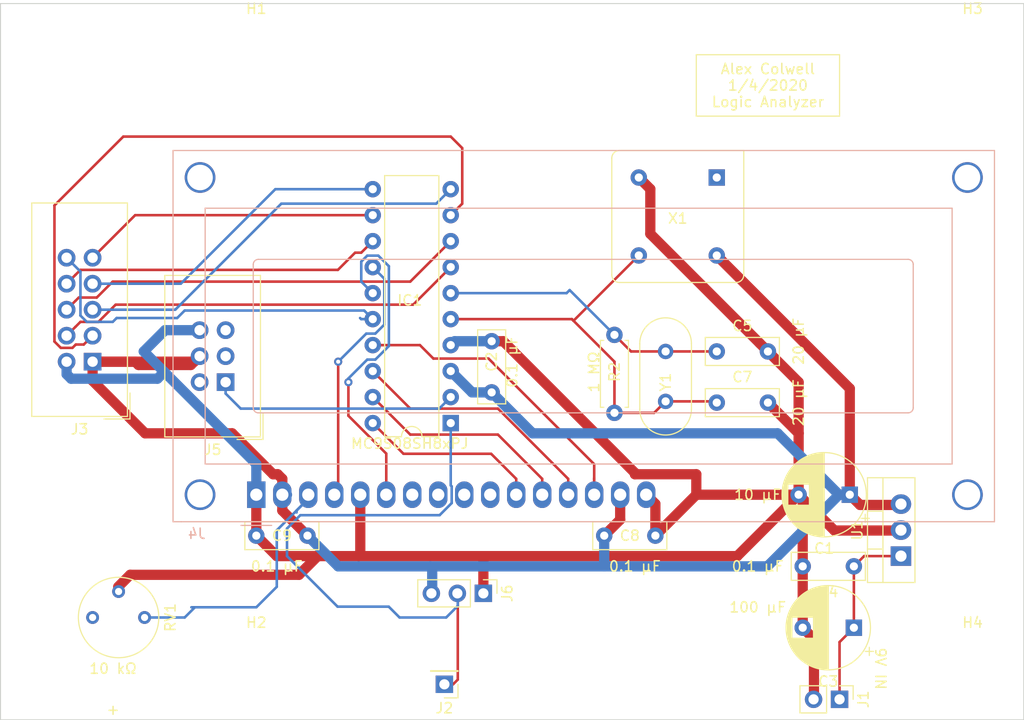
<source format=kicad_pcb>
(kicad_pcb (version 20171130) (host pcbnew "(5.1.5-0-10_14)")

  (general
    (thickness 1.6)
    (drawings 22)
    (tracks 235)
    (zones 0)
    (modules 24)
    (nets 32)
  )

  (page A4)
  (layers
    (0 F.Cu signal)
    (31 B.Cu signal)
    (32 B.Adhes user)
    (33 F.Adhes user)
    (34 B.Paste user)
    (35 F.Paste user)
    (36 B.SilkS user)
    (37 F.SilkS user)
    (38 B.Mask user)
    (39 F.Mask user)
    (40 Dwgs.User user)
    (41 Cmts.User user)
    (42 Eco1.User user)
    (43 Eco2.User user)
    (44 Edge.Cuts user)
    (45 Margin user)
    (46 B.CrtYd user hide)
    (47 F.CrtYd user hide)
    (48 B.Fab user hide)
    (49 F.Fab user hide)
  )

  (setup
    (last_trace_width 0.25)
    (trace_clearance 0.2)
    (zone_clearance 0.508)
    (zone_45_only no)
    (trace_min 0.2)
    (via_size 0.8)
    (via_drill 0.4)
    (via_min_size 0.4)
    (via_min_drill 0.3)
    (uvia_size 0.3)
    (uvia_drill 0.1)
    (uvias_allowed no)
    (uvia_min_size 0.2)
    (uvia_min_drill 0.1)
    (edge_width 0.05)
    (segment_width 0.2)
    (pcb_text_width 0.3)
    (pcb_text_size 1.5 1.5)
    (mod_edge_width 0.12)
    (mod_text_size 1 1)
    (mod_text_width 0.15)
    (pad_size 1.524 1.524)
    (pad_drill 0.762)
    (pad_to_mask_clearance 0.051)
    (solder_mask_min_width 0.25)
    (aux_axis_origin 0 0)
    (visible_elements FFFFFF7F)
    (pcbplotparams
      (layerselection 0x010fc_ffffffff)
      (usegerberextensions false)
      (usegerberattributes false)
      (usegerberadvancedattributes false)
      (creategerberjobfile false)
      (excludeedgelayer true)
      (linewidth 0.100000)
      (plotframeref false)
      (viasonmask false)
      (mode 1)
      (useauxorigin false)
      (hpglpennumber 1)
      (hpglpenspeed 20)
      (hpglpendiameter 15.000000)
      (psnegative false)
      (psa4output false)
      (plotreference true)
      (plotvalue true)
      (plotinvisibletext false)
      (padsonsilk false)
      (subtractmaskfromsilk false)
      (outputformat 1)
      (mirror false)
      (drillshape 1)
      (scaleselection 1)
      (outputdirectory ""))
  )

  (net 0 "")
  (net 1 "Net-(IC1-Pad20)")
  (net 2 "Net-(IC1-Pad10)")
  (net 3 "Net-(IC1-Pad19)")
  (net 4 "Net-(IC1-Pad9)")
  (net 5 "Net-(IC1-Pad18)")
  (net 6 "Net-(IC1-Pad8)")
  (net 7 "Net-(IC1-Pad17)")
  (net 8 "Net-(IC1-Pad7)")
  (net 9 "Net-(IC1-Pad16)")
  (net 10 "Net-(IC1-Pad15)")
  (net 11 "Net-(IC1-Pad14)")
  (net 12 GNDREF)
  (net 13 "Net-(IC1-Pad13)")
  (net 14 "Net-(IC1-Pad12)")
  (net 15 "Net-(IC1-Pad2)")
  (net 16 "Net-(IC1-Pad11)")
  (net 17 "Net-(IC1-Pad1)")
  (net 18 "Net-(RV1-Pad1)")
  (net 19 "Net-(X1-Pad1)")
  (net 20 "Net-(C3-Pad1)")
  (net 21 "Net-(C5-Pad1)")
  (net 22 "Net-(C7-Pad1)")
  (net 23 "Net-(J4-Pad10)")
  (net 24 "Net-(J4-Pad9)")
  (net 25 "Net-(J4-Pad8)")
  (net 26 "Net-(J4-Pad7)")
  (net 27 "Net-(J4-Pad3)")
  (net 28 "Net-(J5-Pad5)")
  (net 29 "Net-(J5-Pad3)")
  (net 30 "Net-(J5-Pad2)")
  (net 31 VCC)

  (net_class Default "This is the default net class."
    (clearance 0.2)
    (trace_width 0.25)
    (via_dia 0.8)
    (via_drill 0.4)
    (uvia_dia 0.3)
    (uvia_drill 0.1)
    (add_net "Net-(C3-Pad1)")
    (add_net "Net-(C5-Pad1)")
    (add_net "Net-(C7-Pad1)")
    (add_net "Net-(IC1-Pad1)")
    (add_net "Net-(IC1-Pad10)")
    (add_net "Net-(IC1-Pad11)")
    (add_net "Net-(IC1-Pad12)")
    (add_net "Net-(IC1-Pad13)")
    (add_net "Net-(IC1-Pad14)")
    (add_net "Net-(IC1-Pad15)")
    (add_net "Net-(IC1-Pad16)")
    (add_net "Net-(IC1-Pad17)")
    (add_net "Net-(IC1-Pad18)")
    (add_net "Net-(IC1-Pad19)")
    (add_net "Net-(IC1-Pad2)")
    (add_net "Net-(IC1-Pad20)")
    (add_net "Net-(IC1-Pad7)")
    (add_net "Net-(IC1-Pad8)")
    (add_net "Net-(IC1-Pad9)")
    (add_net "Net-(J4-Pad10)")
    (add_net "Net-(J4-Pad3)")
    (add_net "Net-(J4-Pad7)")
    (add_net "Net-(J4-Pad8)")
    (add_net "Net-(J4-Pad9)")
    (add_net "Net-(J5-Pad2)")
    (add_net "Net-(J5-Pad3)")
    (add_net "Net-(J5-Pad5)")
    (add_net "Net-(RV1-Pad1)")
    (add_net "Net-(X1-Pad1)")
  )

  (net_class Power ""
    (clearance 0.3)
    (trace_width 1)
    (via_dia 1.25)
    (via_drill 1)
    (uvia_dia 0.3)
    (uvia_drill 0.1)
    (add_net GNDREF)
    (add_net VCC)
  )

  (module Potentiometer_THT:Potentiometer_Bourns_3339P_Vertical (layer F.Cu) (tedit 5A3D4993) (tstamp 5DFD706C)
    (at 109 130 270)
    (descr "Potentiometer, vertical, Bourns 3339P, http://www.bourns.com/docs/Product-Datasheets/3339.pdf")
    (tags "Potentiometer vertical Bourns 3339P")
    (path /5DF9DFA3)
    (fp_text reference RV1 (at 0 -7.6 90) (layer F.SilkS)
      (effects (font (size 1 1) (thickness 0.15)))
    )
    (fp_text value "10 k" (at 0 2.52 90) (layer F.Fab)
      (effects (font (size 1 1) (thickness 0.15)))
    )
    (fp_text user %R (at -3.018 -2.54) (layer F.Fab)
      (effects (font (size 0.66 0.66) (thickness 0.15)))
    )
    (fp_line (start 4.1 -6.6) (end -4.1 -6.6) (layer F.CrtYd) (width 0.05))
    (fp_line (start 4.1 1.55) (end 4.1 -6.6) (layer F.CrtYd) (width 0.05))
    (fp_line (start -4.1 1.55) (end 4.1 1.55) (layer F.CrtYd) (width 0.05))
    (fp_line (start -4.1 -6.6) (end -4.1 1.55) (layer F.CrtYd) (width 0.05))
    (fp_line (start 0 -0.064) (end 0.001 -5.014) (layer F.Fab) (width 0.1))
    (fp_line (start 0 -0.064) (end 0.001 -5.014) (layer F.Fab) (width 0.1))
    (fp_circle (center 0 -2.54) (end 3.93 -2.54) (layer F.SilkS) (width 0.12))
    (fp_circle (center 0 -2.54) (end 2.5 -2.54) (layer F.Fab) (width 0.1))
    (fp_circle (center 0 -2.54) (end 3.81 -2.54) (layer F.Fab) (width 0.1))
    (pad 1 thru_hole circle (at 0 0 270) (size 1.26 1.26) (drill 0.7) (layers *.Cu *.Mask)
      (net 18 "Net-(RV1-Pad1)"))
    (pad 2 thru_hole circle (at -2.54 -2.54 270) (size 1.26 1.26) (drill 0.7) (layers *.Cu *.Mask)
      (net 12 GNDREF))
    (pad 3 thru_hole circle (at 0 -5.08 270) (size 1.26 1.26) (drill 0.7) (layers *.Cu *.Mask)
      (net 27 "Net-(J4-Pad3)"))
    (model ${KISYS3DMOD}/Potentiometer_THT.3dshapes/Potentiometer_Bourns_3339P_Vertical.wrl
      (at (xyz 0 0 0))
      (scale (xyz 1 1 1))
      (rotate (xyz 0 0 0))
    )
  )

  (module Package_TO_SOT_THT:TO-220-3_Vertical (layer F.Cu) (tedit 5AC8BA0D) (tstamp 5DFD708D)
    (at 188 124 90)
    (descr "TO-220-3, Vertical, RM 2.54mm, see https://www.vishay.com/docs/66542/to-220-1.pdf")
    (tags "TO-220-3 Vertical RM 2.54mm")
    (path /5DFE0228)
    (fp_text reference U1 (at 2.54 -4.27 90) (layer F.SilkS)
      (effects (font (size 1 1) (thickness 0.15)))
    )
    (fp_text value L7805 (at 2.54 2.5 90) (layer F.Fab)
      (effects (font (size 1 1) (thickness 0.15)))
    )
    (fp_text user %R (at 2.54 -4.27 90) (layer F.Fab)
      (effects (font (size 1 1) (thickness 0.15)))
    )
    (fp_line (start 7.79 -3.4) (end -2.71 -3.4) (layer F.CrtYd) (width 0.05))
    (fp_line (start 7.79 1.51) (end 7.79 -3.4) (layer F.CrtYd) (width 0.05))
    (fp_line (start -2.71 1.51) (end 7.79 1.51) (layer F.CrtYd) (width 0.05))
    (fp_line (start -2.71 -3.4) (end -2.71 1.51) (layer F.CrtYd) (width 0.05))
    (fp_line (start 4.391 -3.27) (end 4.391 -1.76) (layer F.SilkS) (width 0.12))
    (fp_line (start 0.69 -3.27) (end 0.69 -1.76) (layer F.SilkS) (width 0.12))
    (fp_line (start -2.58 -1.76) (end 7.66 -1.76) (layer F.SilkS) (width 0.12))
    (fp_line (start 7.66 -3.27) (end 7.66 1.371) (layer F.SilkS) (width 0.12))
    (fp_line (start -2.58 -3.27) (end -2.58 1.371) (layer F.SilkS) (width 0.12))
    (fp_line (start -2.58 1.371) (end 7.66 1.371) (layer F.SilkS) (width 0.12))
    (fp_line (start -2.58 -3.27) (end 7.66 -3.27) (layer F.SilkS) (width 0.12))
    (fp_line (start 4.39 -3.15) (end 4.39 -1.88) (layer F.Fab) (width 0.1))
    (fp_line (start 0.69 -3.15) (end 0.69 -1.88) (layer F.Fab) (width 0.1))
    (fp_line (start -2.46 -1.88) (end 7.54 -1.88) (layer F.Fab) (width 0.1))
    (fp_line (start 7.54 -3.15) (end -2.46 -3.15) (layer F.Fab) (width 0.1))
    (fp_line (start 7.54 1.25) (end 7.54 -3.15) (layer F.Fab) (width 0.1))
    (fp_line (start -2.46 1.25) (end 7.54 1.25) (layer F.Fab) (width 0.1))
    (fp_line (start -2.46 -3.15) (end -2.46 1.25) (layer F.Fab) (width 0.1))
    (pad 3 thru_hole oval (at 5.08 0 90) (size 1.905 2) (drill 1.1) (layers *.Cu *.Mask)
      (net 31 VCC))
    (pad 2 thru_hole oval (at 2.54 0 90) (size 1.905 2) (drill 1.1) (layers *.Cu *.Mask)
      (net 12 GNDREF))
    (pad 1 thru_hole rect (at 0 0 90) (size 1.905 2) (drill 1.1) (layers *.Cu *.Mask)
      (net 20 "Net-(C3-Pad1)"))
    (model ${KISYS3DMOD}/Package_TO_SOT_THT.3dshapes/TO-220-3_Vertical.wrl
      (at (xyz 0 0 0))
      (scale (xyz 1 1 1))
      (rotate (xyz 0 0 0))
    )
  )

  (module Connector_PinHeader_2.54mm:PinHeader_1x03_P2.54mm_Vertical (layer F.Cu) (tedit 59FED5CC) (tstamp 5DFD703D)
    (at 147.19 127.64 270)
    (descr "Through hole straight pin header, 1x03, 2.54mm pitch, single row")
    (tags "Through hole pin header THT 1x03 2.54mm single row")
    (path /5E1D9560)
    (fp_text reference J6 (at 0 -2.33 90) (layer F.SilkS)
      (effects (font (size 1 1) (thickness 0.15)))
    )
    (fp_text value Conn_01x03_Male (at 0 7.41 90) (layer F.Fab)
      (effects (font (size 1 1) (thickness 0.15)))
    )
    (fp_text user %R (at 0 2.54) (layer F.Fab)
      (effects (font (size 1 1) (thickness 0.15)))
    )
    (fp_line (start 1.8 -1.8) (end -1.8 -1.8) (layer F.CrtYd) (width 0.05))
    (fp_line (start 1.8 6.85) (end 1.8 -1.8) (layer F.CrtYd) (width 0.05))
    (fp_line (start -1.8 6.85) (end 1.8 6.85) (layer F.CrtYd) (width 0.05))
    (fp_line (start -1.8 -1.8) (end -1.8 6.85) (layer F.CrtYd) (width 0.05))
    (fp_line (start -1.33 -1.33) (end 0 -1.33) (layer F.SilkS) (width 0.12))
    (fp_line (start -1.33 0) (end -1.33 -1.33) (layer F.SilkS) (width 0.12))
    (fp_line (start -1.33 1.27) (end 1.33 1.27) (layer F.SilkS) (width 0.12))
    (fp_line (start 1.33 1.27) (end 1.33 6.41) (layer F.SilkS) (width 0.12))
    (fp_line (start -1.33 1.27) (end -1.33 6.41) (layer F.SilkS) (width 0.12))
    (fp_line (start -1.33 6.41) (end 1.33 6.41) (layer F.SilkS) (width 0.12))
    (fp_line (start -1.27 -0.635) (end -0.635 -1.27) (layer F.Fab) (width 0.1))
    (fp_line (start -1.27 6.35) (end -1.27 -0.635) (layer F.Fab) (width 0.1))
    (fp_line (start 1.27 6.35) (end -1.27 6.35) (layer F.Fab) (width 0.1))
    (fp_line (start 1.27 -1.27) (end 1.27 6.35) (layer F.Fab) (width 0.1))
    (fp_line (start -0.635 -1.27) (end 1.27 -1.27) (layer F.Fab) (width 0.1))
    (pad 3 thru_hole oval (at 0 5.08 270) (size 1.7 1.7) (drill 1) (layers *.Cu *.Mask)
      (net 31 VCC))
    (pad 2 thru_hole oval (at 0 2.54 270) (size 1.7 1.7) (drill 1) (layers *.Cu *.Mask)
      (net 17 "Net-(IC1-Pad1)"))
    (pad 1 thru_hole rect (at 0 0 270) (size 1.7 1.7) (drill 1) (layers *.Cu *.Mask)
      (net 12 GNDREF))
    (model ${KISYS3DMOD}/Connector_PinHeader_2.54mm.3dshapes/PinHeader_1x03_P2.54mm_Vertical.wrl
      (at (xyz 0 0 0))
      (scale (xyz 1 1 1))
      (rotate (xyz 0 0 0))
    )
  )

  (module Connector_PinHeader_2.54mm:PinHeader_1x01_P2.54mm_Vertical (layer F.Cu) (tedit 59FED5CC) (tstamp 5DFD6F99)
    (at 143.38 136.53 180)
    (descr "Through hole straight pin header, 1x01, 2.54mm pitch, single row")
    (tags "Through hole pin header THT 1x01 2.54mm single row")
    (path /5E0F1F10)
    (fp_text reference J2 (at 0 -2.33) (layer F.SilkS)
      (effects (font (size 1 1) (thickness 0.15)))
    )
    (fp_text value Conn_01x01_Male (at 0 2.33) (layer F.Fab)
      (effects (font (size 1 1) (thickness 0.15)))
    )
    (fp_text user %R (at 0 0 90) (layer F.Fab)
      (effects (font (size 1 1) (thickness 0.15)))
    )
    (fp_line (start 1.8 -1.8) (end -1.8 -1.8) (layer F.CrtYd) (width 0.05))
    (fp_line (start 1.8 1.8) (end 1.8 -1.8) (layer F.CrtYd) (width 0.05))
    (fp_line (start -1.8 1.8) (end 1.8 1.8) (layer F.CrtYd) (width 0.05))
    (fp_line (start -1.8 -1.8) (end -1.8 1.8) (layer F.CrtYd) (width 0.05))
    (fp_line (start -1.33 -1.33) (end 0 -1.33) (layer F.SilkS) (width 0.12))
    (fp_line (start -1.33 0) (end -1.33 -1.33) (layer F.SilkS) (width 0.12))
    (fp_line (start -1.33 1.27) (end 1.33 1.27) (layer F.SilkS) (width 0.12))
    (fp_line (start 1.33 1.27) (end 1.33 1.33) (layer F.SilkS) (width 0.12))
    (fp_line (start -1.33 1.27) (end -1.33 1.33) (layer F.SilkS) (width 0.12))
    (fp_line (start -1.33 1.33) (end 1.33 1.33) (layer F.SilkS) (width 0.12))
    (fp_line (start -1.27 -0.635) (end -0.635 -1.27) (layer F.Fab) (width 0.1))
    (fp_line (start -1.27 1.27) (end -1.27 -0.635) (layer F.Fab) (width 0.1))
    (fp_line (start 1.27 1.27) (end -1.27 1.27) (layer F.Fab) (width 0.1))
    (fp_line (start 1.27 -1.27) (end 1.27 1.27) (layer F.Fab) (width 0.1))
    (fp_line (start -0.635 -1.27) (end 1.27 -1.27) (layer F.Fab) (width 0.1))
    (pad 1 thru_hole rect (at 0 0 180) (size 1.7 1.7) (drill 1) (layers *.Cu *.Mask)
      (net 17 "Net-(IC1-Pad1)"))
    (model ${KISYS3DMOD}/Connector_PinHeader_2.54mm.3dshapes/PinHeader_1x01_P2.54mm_Vertical.wrl
      (at (xyz 0 0 0))
      (scale (xyz 1 1 1))
      (rotate (xyz 0 0 0))
    )
  )

  (module Connector_PinHeader_2.54mm:PinHeader_1x02_P2.54mm_Vertical (layer F.Cu) (tedit 59FED5CC) (tstamp 5DFD6F7A)
    (at 182 138 270)
    (descr "Through hole straight pin header, 1x02, 2.54mm pitch, single row")
    (tags "Through hole pin header THT 1x02 2.54mm single row")
    (path /5DFE1A18)
    (fp_text reference J1 (at 0 -2.33 90) (layer F.SilkS)
      (effects (font (size 1 1) (thickness 0.15)))
    )
    (fp_text value Conn_01x02_Male (at 0 4.87 90) (layer F.Fab)
      (effects (font (size 1 1) (thickness 0.15)))
    )
    (fp_text user %R (at 0 1.27) (layer F.Fab)
      (effects (font (size 1 1) (thickness 0.15)))
    )
    (fp_line (start 1.8 -1.8) (end -1.8 -1.8) (layer F.CrtYd) (width 0.05))
    (fp_line (start 1.8 4.35) (end 1.8 -1.8) (layer F.CrtYd) (width 0.05))
    (fp_line (start -1.8 4.35) (end 1.8 4.35) (layer F.CrtYd) (width 0.05))
    (fp_line (start -1.8 -1.8) (end -1.8 4.35) (layer F.CrtYd) (width 0.05))
    (fp_line (start -1.33 -1.33) (end 0 -1.33) (layer F.SilkS) (width 0.12))
    (fp_line (start -1.33 0) (end -1.33 -1.33) (layer F.SilkS) (width 0.12))
    (fp_line (start -1.33 1.27) (end 1.33 1.27) (layer F.SilkS) (width 0.12))
    (fp_line (start 1.33 1.27) (end 1.33 3.87) (layer F.SilkS) (width 0.12))
    (fp_line (start -1.33 1.27) (end -1.33 3.87) (layer F.SilkS) (width 0.12))
    (fp_line (start -1.33 3.87) (end 1.33 3.87) (layer F.SilkS) (width 0.12))
    (fp_line (start -1.27 -0.635) (end -0.635 -1.27) (layer F.Fab) (width 0.1))
    (fp_line (start -1.27 3.81) (end -1.27 -0.635) (layer F.Fab) (width 0.1))
    (fp_line (start 1.27 3.81) (end -1.27 3.81) (layer F.Fab) (width 0.1))
    (fp_line (start 1.27 -1.27) (end 1.27 3.81) (layer F.Fab) (width 0.1))
    (fp_line (start -0.635 -1.27) (end 1.27 -1.27) (layer F.Fab) (width 0.1))
    (pad 2 thru_hole oval (at 0 2.54 270) (size 1.7 1.7) (drill 1) (layers *.Cu *.Mask)
      (net 12 GNDREF))
    (pad 1 thru_hole rect (at 0 0 270) (size 1.7 1.7) (drill 1) (layers *.Cu *.Mask)
      (net 20 "Net-(C3-Pad1)"))
    (model ${KISYS3DMOD}/Connector_PinHeader_2.54mm.3dshapes/PinHeader_1x02_P2.54mm_Vertical.wrl
      (at (xyz 0 0 0))
      (scale (xyz 1 1 1))
      (rotate (xyz 0 0 0))
    )
  )

  (module Capacitor_THT:CP_Radial_D8.0mm_P5.00mm (layer F.Cu) (tedit 5AE50EF0) (tstamp 5DFD6E75)
    (at 183 118 180)
    (descr "CP, Radial series, Radial, pin pitch=5.00mm, , diameter=8mm, Electrolytic Capacitor")
    (tags "CP Radial series Radial pin pitch 5.00mm  diameter 8mm Electrolytic Capacitor")
    (path /5DFDAF7A)
    (fp_text reference C1 (at 2.5 -5.25) (layer F.SilkS)
      (effects (font (size 1 1) (thickness 0.15)))
    )
    (fp_text value "10 uF" (at 2.5 5.25) (layer F.Fab)
      (effects (font (size 1 1) (thickness 0.15)))
    )
    (fp_text user %R (at 2.5 0) (layer F.Fab)
      (effects (font (size 1 1) (thickness 0.15)))
    )
    (fp_line (start -1.509698 -2.715) (end -1.509698 -1.915) (layer F.SilkS) (width 0.12))
    (fp_line (start -1.909698 -2.315) (end -1.109698 -2.315) (layer F.SilkS) (width 0.12))
    (fp_line (start 6.581 -0.533) (end 6.581 0.533) (layer F.SilkS) (width 0.12))
    (fp_line (start 6.541 -0.768) (end 6.541 0.768) (layer F.SilkS) (width 0.12))
    (fp_line (start 6.501 -0.948) (end 6.501 0.948) (layer F.SilkS) (width 0.12))
    (fp_line (start 6.461 -1.098) (end 6.461 1.098) (layer F.SilkS) (width 0.12))
    (fp_line (start 6.421 -1.229) (end 6.421 1.229) (layer F.SilkS) (width 0.12))
    (fp_line (start 6.381 -1.346) (end 6.381 1.346) (layer F.SilkS) (width 0.12))
    (fp_line (start 6.341 -1.453) (end 6.341 1.453) (layer F.SilkS) (width 0.12))
    (fp_line (start 6.301 -1.552) (end 6.301 1.552) (layer F.SilkS) (width 0.12))
    (fp_line (start 6.261 -1.645) (end 6.261 1.645) (layer F.SilkS) (width 0.12))
    (fp_line (start 6.221 -1.731) (end 6.221 1.731) (layer F.SilkS) (width 0.12))
    (fp_line (start 6.181 -1.813) (end 6.181 1.813) (layer F.SilkS) (width 0.12))
    (fp_line (start 6.141 -1.89) (end 6.141 1.89) (layer F.SilkS) (width 0.12))
    (fp_line (start 6.101 -1.964) (end 6.101 1.964) (layer F.SilkS) (width 0.12))
    (fp_line (start 6.061 -2.034) (end 6.061 2.034) (layer F.SilkS) (width 0.12))
    (fp_line (start 6.021 1.04) (end 6.021 2.102) (layer F.SilkS) (width 0.12))
    (fp_line (start 6.021 -2.102) (end 6.021 -1.04) (layer F.SilkS) (width 0.12))
    (fp_line (start 5.981 1.04) (end 5.981 2.166) (layer F.SilkS) (width 0.12))
    (fp_line (start 5.981 -2.166) (end 5.981 -1.04) (layer F.SilkS) (width 0.12))
    (fp_line (start 5.941 1.04) (end 5.941 2.228) (layer F.SilkS) (width 0.12))
    (fp_line (start 5.941 -2.228) (end 5.941 -1.04) (layer F.SilkS) (width 0.12))
    (fp_line (start 5.901 1.04) (end 5.901 2.287) (layer F.SilkS) (width 0.12))
    (fp_line (start 5.901 -2.287) (end 5.901 -1.04) (layer F.SilkS) (width 0.12))
    (fp_line (start 5.861 1.04) (end 5.861 2.345) (layer F.SilkS) (width 0.12))
    (fp_line (start 5.861 -2.345) (end 5.861 -1.04) (layer F.SilkS) (width 0.12))
    (fp_line (start 5.821 1.04) (end 5.821 2.4) (layer F.SilkS) (width 0.12))
    (fp_line (start 5.821 -2.4) (end 5.821 -1.04) (layer F.SilkS) (width 0.12))
    (fp_line (start 5.781 1.04) (end 5.781 2.454) (layer F.SilkS) (width 0.12))
    (fp_line (start 5.781 -2.454) (end 5.781 -1.04) (layer F.SilkS) (width 0.12))
    (fp_line (start 5.741 1.04) (end 5.741 2.505) (layer F.SilkS) (width 0.12))
    (fp_line (start 5.741 -2.505) (end 5.741 -1.04) (layer F.SilkS) (width 0.12))
    (fp_line (start 5.701 1.04) (end 5.701 2.556) (layer F.SilkS) (width 0.12))
    (fp_line (start 5.701 -2.556) (end 5.701 -1.04) (layer F.SilkS) (width 0.12))
    (fp_line (start 5.661 1.04) (end 5.661 2.604) (layer F.SilkS) (width 0.12))
    (fp_line (start 5.661 -2.604) (end 5.661 -1.04) (layer F.SilkS) (width 0.12))
    (fp_line (start 5.621 1.04) (end 5.621 2.651) (layer F.SilkS) (width 0.12))
    (fp_line (start 5.621 -2.651) (end 5.621 -1.04) (layer F.SilkS) (width 0.12))
    (fp_line (start 5.581 1.04) (end 5.581 2.697) (layer F.SilkS) (width 0.12))
    (fp_line (start 5.581 -2.697) (end 5.581 -1.04) (layer F.SilkS) (width 0.12))
    (fp_line (start 5.541 1.04) (end 5.541 2.741) (layer F.SilkS) (width 0.12))
    (fp_line (start 5.541 -2.741) (end 5.541 -1.04) (layer F.SilkS) (width 0.12))
    (fp_line (start 5.501 1.04) (end 5.501 2.784) (layer F.SilkS) (width 0.12))
    (fp_line (start 5.501 -2.784) (end 5.501 -1.04) (layer F.SilkS) (width 0.12))
    (fp_line (start 5.461 1.04) (end 5.461 2.826) (layer F.SilkS) (width 0.12))
    (fp_line (start 5.461 -2.826) (end 5.461 -1.04) (layer F.SilkS) (width 0.12))
    (fp_line (start 5.421 1.04) (end 5.421 2.867) (layer F.SilkS) (width 0.12))
    (fp_line (start 5.421 -2.867) (end 5.421 -1.04) (layer F.SilkS) (width 0.12))
    (fp_line (start 5.381 1.04) (end 5.381 2.907) (layer F.SilkS) (width 0.12))
    (fp_line (start 5.381 -2.907) (end 5.381 -1.04) (layer F.SilkS) (width 0.12))
    (fp_line (start 5.341 1.04) (end 5.341 2.945) (layer F.SilkS) (width 0.12))
    (fp_line (start 5.341 -2.945) (end 5.341 -1.04) (layer F.SilkS) (width 0.12))
    (fp_line (start 5.301 1.04) (end 5.301 2.983) (layer F.SilkS) (width 0.12))
    (fp_line (start 5.301 -2.983) (end 5.301 -1.04) (layer F.SilkS) (width 0.12))
    (fp_line (start 5.261 1.04) (end 5.261 3.019) (layer F.SilkS) (width 0.12))
    (fp_line (start 5.261 -3.019) (end 5.261 -1.04) (layer F.SilkS) (width 0.12))
    (fp_line (start 5.221 1.04) (end 5.221 3.055) (layer F.SilkS) (width 0.12))
    (fp_line (start 5.221 -3.055) (end 5.221 -1.04) (layer F.SilkS) (width 0.12))
    (fp_line (start 5.181 1.04) (end 5.181 3.09) (layer F.SilkS) (width 0.12))
    (fp_line (start 5.181 -3.09) (end 5.181 -1.04) (layer F.SilkS) (width 0.12))
    (fp_line (start 5.141 1.04) (end 5.141 3.124) (layer F.SilkS) (width 0.12))
    (fp_line (start 5.141 -3.124) (end 5.141 -1.04) (layer F.SilkS) (width 0.12))
    (fp_line (start 5.101 1.04) (end 5.101 3.156) (layer F.SilkS) (width 0.12))
    (fp_line (start 5.101 -3.156) (end 5.101 -1.04) (layer F.SilkS) (width 0.12))
    (fp_line (start 5.061 1.04) (end 5.061 3.189) (layer F.SilkS) (width 0.12))
    (fp_line (start 5.061 -3.189) (end 5.061 -1.04) (layer F.SilkS) (width 0.12))
    (fp_line (start 5.021 1.04) (end 5.021 3.22) (layer F.SilkS) (width 0.12))
    (fp_line (start 5.021 -3.22) (end 5.021 -1.04) (layer F.SilkS) (width 0.12))
    (fp_line (start 4.981 1.04) (end 4.981 3.25) (layer F.SilkS) (width 0.12))
    (fp_line (start 4.981 -3.25) (end 4.981 -1.04) (layer F.SilkS) (width 0.12))
    (fp_line (start 4.941 1.04) (end 4.941 3.28) (layer F.SilkS) (width 0.12))
    (fp_line (start 4.941 -3.28) (end 4.941 -1.04) (layer F.SilkS) (width 0.12))
    (fp_line (start 4.901 1.04) (end 4.901 3.309) (layer F.SilkS) (width 0.12))
    (fp_line (start 4.901 -3.309) (end 4.901 -1.04) (layer F.SilkS) (width 0.12))
    (fp_line (start 4.861 1.04) (end 4.861 3.338) (layer F.SilkS) (width 0.12))
    (fp_line (start 4.861 -3.338) (end 4.861 -1.04) (layer F.SilkS) (width 0.12))
    (fp_line (start 4.821 1.04) (end 4.821 3.365) (layer F.SilkS) (width 0.12))
    (fp_line (start 4.821 -3.365) (end 4.821 -1.04) (layer F.SilkS) (width 0.12))
    (fp_line (start 4.781 1.04) (end 4.781 3.392) (layer F.SilkS) (width 0.12))
    (fp_line (start 4.781 -3.392) (end 4.781 -1.04) (layer F.SilkS) (width 0.12))
    (fp_line (start 4.741 1.04) (end 4.741 3.418) (layer F.SilkS) (width 0.12))
    (fp_line (start 4.741 -3.418) (end 4.741 -1.04) (layer F.SilkS) (width 0.12))
    (fp_line (start 4.701 1.04) (end 4.701 3.444) (layer F.SilkS) (width 0.12))
    (fp_line (start 4.701 -3.444) (end 4.701 -1.04) (layer F.SilkS) (width 0.12))
    (fp_line (start 4.661 1.04) (end 4.661 3.469) (layer F.SilkS) (width 0.12))
    (fp_line (start 4.661 -3.469) (end 4.661 -1.04) (layer F.SilkS) (width 0.12))
    (fp_line (start 4.621 1.04) (end 4.621 3.493) (layer F.SilkS) (width 0.12))
    (fp_line (start 4.621 -3.493) (end 4.621 -1.04) (layer F.SilkS) (width 0.12))
    (fp_line (start 4.581 1.04) (end 4.581 3.517) (layer F.SilkS) (width 0.12))
    (fp_line (start 4.581 -3.517) (end 4.581 -1.04) (layer F.SilkS) (width 0.12))
    (fp_line (start 4.541 1.04) (end 4.541 3.54) (layer F.SilkS) (width 0.12))
    (fp_line (start 4.541 -3.54) (end 4.541 -1.04) (layer F.SilkS) (width 0.12))
    (fp_line (start 4.501 1.04) (end 4.501 3.562) (layer F.SilkS) (width 0.12))
    (fp_line (start 4.501 -3.562) (end 4.501 -1.04) (layer F.SilkS) (width 0.12))
    (fp_line (start 4.461 1.04) (end 4.461 3.584) (layer F.SilkS) (width 0.12))
    (fp_line (start 4.461 -3.584) (end 4.461 -1.04) (layer F.SilkS) (width 0.12))
    (fp_line (start 4.421 1.04) (end 4.421 3.606) (layer F.SilkS) (width 0.12))
    (fp_line (start 4.421 -3.606) (end 4.421 -1.04) (layer F.SilkS) (width 0.12))
    (fp_line (start 4.381 1.04) (end 4.381 3.627) (layer F.SilkS) (width 0.12))
    (fp_line (start 4.381 -3.627) (end 4.381 -1.04) (layer F.SilkS) (width 0.12))
    (fp_line (start 4.341 1.04) (end 4.341 3.647) (layer F.SilkS) (width 0.12))
    (fp_line (start 4.341 -3.647) (end 4.341 -1.04) (layer F.SilkS) (width 0.12))
    (fp_line (start 4.301 1.04) (end 4.301 3.666) (layer F.SilkS) (width 0.12))
    (fp_line (start 4.301 -3.666) (end 4.301 -1.04) (layer F.SilkS) (width 0.12))
    (fp_line (start 4.261 1.04) (end 4.261 3.686) (layer F.SilkS) (width 0.12))
    (fp_line (start 4.261 -3.686) (end 4.261 -1.04) (layer F.SilkS) (width 0.12))
    (fp_line (start 4.221 1.04) (end 4.221 3.704) (layer F.SilkS) (width 0.12))
    (fp_line (start 4.221 -3.704) (end 4.221 -1.04) (layer F.SilkS) (width 0.12))
    (fp_line (start 4.181 1.04) (end 4.181 3.722) (layer F.SilkS) (width 0.12))
    (fp_line (start 4.181 -3.722) (end 4.181 -1.04) (layer F.SilkS) (width 0.12))
    (fp_line (start 4.141 1.04) (end 4.141 3.74) (layer F.SilkS) (width 0.12))
    (fp_line (start 4.141 -3.74) (end 4.141 -1.04) (layer F.SilkS) (width 0.12))
    (fp_line (start 4.101 1.04) (end 4.101 3.757) (layer F.SilkS) (width 0.12))
    (fp_line (start 4.101 -3.757) (end 4.101 -1.04) (layer F.SilkS) (width 0.12))
    (fp_line (start 4.061 1.04) (end 4.061 3.774) (layer F.SilkS) (width 0.12))
    (fp_line (start 4.061 -3.774) (end 4.061 -1.04) (layer F.SilkS) (width 0.12))
    (fp_line (start 4.021 1.04) (end 4.021 3.79) (layer F.SilkS) (width 0.12))
    (fp_line (start 4.021 -3.79) (end 4.021 -1.04) (layer F.SilkS) (width 0.12))
    (fp_line (start 3.981 1.04) (end 3.981 3.805) (layer F.SilkS) (width 0.12))
    (fp_line (start 3.981 -3.805) (end 3.981 -1.04) (layer F.SilkS) (width 0.12))
    (fp_line (start 3.941 -3.821) (end 3.941 3.821) (layer F.SilkS) (width 0.12))
    (fp_line (start 3.901 -3.835) (end 3.901 3.835) (layer F.SilkS) (width 0.12))
    (fp_line (start 3.861 -3.85) (end 3.861 3.85) (layer F.SilkS) (width 0.12))
    (fp_line (start 3.821 -3.863) (end 3.821 3.863) (layer F.SilkS) (width 0.12))
    (fp_line (start 3.781 -3.877) (end 3.781 3.877) (layer F.SilkS) (width 0.12))
    (fp_line (start 3.741 -3.889) (end 3.741 3.889) (layer F.SilkS) (width 0.12))
    (fp_line (start 3.701 -3.902) (end 3.701 3.902) (layer F.SilkS) (width 0.12))
    (fp_line (start 3.661 -3.914) (end 3.661 3.914) (layer F.SilkS) (width 0.12))
    (fp_line (start 3.621 -3.925) (end 3.621 3.925) (layer F.SilkS) (width 0.12))
    (fp_line (start 3.581 -3.936) (end 3.581 3.936) (layer F.SilkS) (width 0.12))
    (fp_line (start 3.541 -3.947) (end 3.541 3.947) (layer F.SilkS) (width 0.12))
    (fp_line (start 3.501 -3.957) (end 3.501 3.957) (layer F.SilkS) (width 0.12))
    (fp_line (start 3.461 -3.967) (end 3.461 3.967) (layer F.SilkS) (width 0.12))
    (fp_line (start 3.421 -3.976) (end 3.421 3.976) (layer F.SilkS) (width 0.12))
    (fp_line (start 3.381 -3.985) (end 3.381 3.985) (layer F.SilkS) (width 0.12))
    (fp_line (start 3.341 -3.994) (end 3.341 3.994) (layer F.SilkS) (width 0.12))
    (fp_line (start 3.301 -4.002) (end 3.301 4.002) (layer F.SilkS) (width 0.12))
    (fp_line (start 3.261 -4.01) (end 3.261 4.01) (layer F.SilkS) (width 0.12))
    (fp_line (start 3.221 -4.017) (end 3.221 4.017) (layer F.SilkS) (width 0.12))
    (fp_line (start 3.18 -4.024) (end 3.18 4.024) (layer F.SilkS) (width 0.12))
    (fp_line (start 3.14 -4.03) (end 3.14 4.03) (layer F.SilkS) (width 0.12))
    (fp_line (start 3.1 -4.037) (end 3.1 4.037) (layer F.SilkS) (width 0.12))
    (fp_line (start 3.06 -4.042) (end 3.06 4.042) (layer F.SilkS) (width 0.12))
    (fp_line (start 3.02 -4.048) (end 3.02 4.048) (layer F.SilkS) (width 0.12))
    (fp_line (start 2.98 -4.052) (end 2.98 4.052) (layer F.SilkS) (width 0.12))
    (fp_line (start 2.94 -4.057) (end 2.94 4.057) (layer F.SilkS) (width 0.12))
    (fp_line (start 2.9 -4.061) (end 2.9 4.061) (layer F.SilkS) (width 0.12))
    (fp_line (start 2.86 -4.065) (end 2.86 4.065) (layer F.SilkS) (width 0.12))
    (fp_line (start 2.82 -4.068) (end 2.82 4.068) (layer F.SilkS) (width 0.12))
    (fp_line (start 2.78 -4.071) (end 2.78 4.071) (layer F.SilkS) (width 0.12))
    (fp_line (start 2.74 -4.074) (end 2.74 4.074) (layer F.SilkS) (width 0.12))
    (fp_line (start 2.7 -4.076) (end 2.7 4.076) (layer F.SilkS) (width 0.12))
    (fp_line (start 2.66 -4.077) (end 2.66 4.077) (layer F.SilkS) (width 0.12))
    (fp_line (start 2.62 -4.079) (end 2.62 4.079) (layer F.SilkS) (width 0.12))
    (fp_line (start 2.58 -4.08) (end 2.58 4.08) (layer F.SilkS) (width 0.12))
    (fp_line (start 2.54 -4.08) (end 2.54 4.08) (layer F.SilkS) (width 0.12))
    (fp_line (start 2.5 -4.08) (end 2.5 4.08) (layer F.SilkS) (width 0.12))
    (fp_line (start -0.526759 -2.1475) (end -0.526759 -1.3475) (layer F.Fab) (width 0.1))
    (fp_line (start -0.926759 -1.7475) (end -0.126759 -1.7475) (layer F.Fab) (width 0.1))
    (fp_circle (center 2.5 0) (end 6.75 0) (layer F.CrtYd) (width 0.05))
    (fp_circle (center 2.5 0) (end 6.62 0) (layer F.SilkS) (width 0.12))
    (fp_circle (center 2.5 0) (end 6.5 0) (layer F.Fab) (width 0.1))
    (pad 2 thru_hole circle (at 5 0 180) (size 1.6 1.6) (drill 0.8) (layers *.Cu *.Mask)
      (net 12 GNDREF))
    (pad 1 thru_hole rect (at 0 0 180) (size 1.6 1.6) (drill 0.8) (layers *.Cu *.Mask)
      (net 31 VCC))
    (model ${KISYS3DMOD}/Capacitor_THT.3dshapes/CP_Radial_D8.0mm_P5.00mm.wrl
      (at (xyz 0 0 0))
      (scale (xyz 1 1 1))
      (rotate (xyz 0 0 0))
    )
  )

  (module Display:WC1602A (layer B.Cu) (tedit 5A02FE80) (tstamp 5DFD6FF8)
    (at 125 118)
    (descr "LCD 16x2 http://www.wincomlcd.com/pdf/WC1602A-SFYLYHTC06.pdf")
    (tags "LCD 16x2 Alphanumeric 16pin")
    (path /5DFD593E)
    (fp_text reference J4 (at -5.82 3.81 180) (layer B.SilkS)
      (effects (font (size 1 1) (thickness 0.15)) (justify mirror))
    )
    (fp_text value Conn_01x16_Male (at -4.31 -34.66 180) (layer B.Fab)
      (effects (font (size 1 1) (thickness 0.15)) (justify mirror))
    )
    (fp_line (start -8 -33.5) (end -8 2.5) (layer B.Fab) (width 0.1))
    (fp_line (start 72 -33.5) (end -8 -33.5) (layer B.Fab) (width 0.1))
    (fp_line (start 72 2.5) (end 72 -33.5) (layer B.Fab) (width 0.1))
    (fp_line (start 1 2.5) (end 72 2.5) (layer B.Fab) (width 0.1))
    (fp_line (start -5 -28) (end -5 -3) (layer B.SilkS) (width 0.12))
    (fp_line (start 68 -28) (end -5 -28) (layer B.SilkS) (width 0.12))
    (fp_line (start 68 -3) (end 68 -28) (layer B.SilkS) (width 0.12))
    (fp_line (start -5 -3) (end 68 -3) (layer B.SilkS) (width 0.12))
    (fp_arc (start 0.20066 -8.49884) (end -0.29972 -8.49884) (angle -90) (layer B.SilkS) (width 0.12))
    (fp_arc (start 0.20066 -22.49932) (end 0.20066 -22.9997) (angle -90) (layer B.SilkS) (width 0.12))
    (fp_arc (start 63.70066 -22.49932) (end 64.20104 -22.49932) (angle -90) (layer B.SilkS) (width 0.12))
    (fp_arc (start 63.7 -8.5) (end 63.7 -8) (angle -90) (layer B.SilkS) (width 0.12))
    (fp_line (start 64.2 -8.5) (end 64.2 -22.5) (layer B.SilkS) (width 0.12))
    (fp_line (start 63.70066 -23) (end 0.2 -23) (layer B.SilkS) (width 0.12))
    (fp_line (start -0.29972 -22.49932) (end -0.29972 -8.5) (layer B.SilkS) (width 0.12))
    (fp_line (start 0.2 -8) (end 63.7 -8) (layer B.SilkS) (width 0.12))
    (fp_text user %R (at 30.37 -14.74 180) (layer B.Fab)
      (effects (font (size 1 1) (thickness 0.1)) (justify mirror))
    )
    (fp_line (start -1 2.5) (end -8 2.5) (layer B.Fab) (width 0.1))
    (fp_line (start 0 1.5) (end -1 2.5) (layer B.Fab) (width 0.1))
    (fp_line (start 1 2.5) (end 0 1.5) (layer B.Fab) (width 0.1))
    (fp_line (start -8.25 2.75) (end 72.25 2.75) (layer B.CrtYd) (width 0.05))
    (fp_line (start -1.5 3) (end 1.5 3) (layer B.SilkS) (width 0.12))
    (fp_line (start 72.25 2.75) (end 72.25 -33.75) (layer B.CrtYd) (width 0.05))
    (fp_line (start -8.25 -33.75) (end 72.25 -33.75) (layer B.CrtYd) (width 0.05))
    (fp_line (start -8.25 2.75) (end -8.25 -33.75) (layer B.CrtYd) (width 0.05))
    (fp_line (start -8.13 2.64) (end -7.34 2.64) (layer B.SilkS) (width 0.12))
    (fp_line (start -8.14 2.64) (end -8.14 -33.64) (layer B.SilkS) (width 0.12))
    (fp_line (start 72.14 2.64) (end -7.34 2.64) (layer B.SilkS) (width 0.12))
    (fp_line (start 72.14 -33.64) (end 72.14 2.64) (layer B.SilkS) (width 0.12))
    (fp_line (start -8.14 -33.64) (end 72.14 -33.64) (layer B.SilkS) (width 0.12))
    (pad "" thru_hole circle (at 69.5 0) (size 3 3) (drill 2.5) (layers *.Cu *.Mask))
    (pad "" thru_hole circle (at 69.49948 -31.0007) (size 3 3) (drill 2.5) (layers *.Cu *.Mask))
    (pad "" thru_hole circle (at -5.4991 -31.0007) (size 3 3) (drill 2.5) (layers *.Cu *.Mask))
    (pad "" thru_hole circle (at -5.4991 0) (size 3 3) (drill 2.5) (layers *.Cu *.Mask))
    (pad 16 thru_hole oval (at 38.1 0) (size 1.8 2.6) (drill 1.2) (layers *.Cu *.Mask)
      (net 12 GNDREF))
    (pad 15 thru_hole oval (at 35.56 0) (size 1.8 2.6) (drill 1.2) (layers *.Cu *.Mask)
      (net 31 VCC))
    (pad 14 thru_hole oval (at 33.02 0) (size 1.8 2.6) (drill 1.2) (layers *.Cu *.Mask)
      (net 7 "Net-(IC1-Pad17)"))
    (pad 13 thru_hole oval (at 30.48 0) (size 1.8 2.6) (drill 1.2) (layers *.Cu *.Mask)
      (net 5 "Net-(IC1-Pad18)"))
    (pad 12 thru_hole oval (at 27.94 0) (size 1.8 2.6) (drill 1.2) (layers *.Cu *.Mask)
      (net 3 "Net-(IC1-Pad19)"))
    (pad 11 thru_hole oval (at 25.4 0) (size 1.8 2.6) (drill 1.2) (layers *.Cu *.Mask)
      (net 1 "Net-(IC1-Pad20)"))
    (pad 10 thru_hole oval (at 22.86 0) (size 1.8 2.6) (drill 1.2) (layers *.Cu *.Mask)
      (net 23 "Net-(J4-Pad10)"))
    (pad 9 thru_hole oval (at 20.32 0) (size 1.8 2.6) (drill 1.2) (layers *.Cu *.Mask)
      (net 24 "Net-(J4-Pad9)"))
    (pad 8 thru_hole oval (at 17.78 0) (size 1.8 2.6) (drill 1.2) (layers *.Cu *.Mask)
      (net 25 "Net-(J4-Pad8)"))
    (pad 7 thru_hole oval (at 15.24 0) (size 1.8 2.6) (drill 1.2) (layers *.Cu *.Mask)
      (net 26 "Net-(J4-Pad7)"))
    (pad 6 thru_hole oval (at 12.7 0) (size 1.8 2.6) (drill 1.2) (layers *.Cu *.Mask)
      (net 10 "Net-(IC1-Pad15)"))
    (pad 5 thru_hole oval (at 10.16 0) (size 1.8 2.6) (drill 1.2) (layers *.Cu *.Mask)
      (net 12 GNDREF))
    (pad 4 thru_hole oval (at 7.62 0) (size 1.8 2.6) (drill 1.2) (layers *.Cu *.Mask)
      (net 11 "Net-(IC1-Pad14)"))
    (pad 3 thru_hole oval (at 5.08 0) (size 1.8 2.6) (drill 1.2) (layers *.Cu *.Mask)
      (net 27 "Net-(J4-Pad3)"))
    (pad 2 thru_hole oval (at 2.54 0) (size 1.8 2.6) (drill 1.2) (layers *.Cu *.Mask)
      (net 31 VCC))
    (pad 1 thru_hole rect (at 0 0) (size 1.8 2.6) (drill 1.2) (layers *.Cu *.Mask)
      (net 12 GNDREF))
    (model ${KISYS3DMOD}/Display.3dshapes/WC1602A.wrl
      (at (xyz 0 0 0))
      (scale (xyz 1 1 1))
      (rotate (xyz 0 0 0))
    )
  )

  (module Capacitor_THT:CP_Radial_D8.0mm_P5.00mm (layer F.Cu) (tedit 5AE50EF0) (tstamp 5DFD6E9B)
    (at 183.4 131 180)
    (descr "CP, Radial series, Radial, pin pitch=5.00mm, , diameter=8mm, Electrolytic Capacitor")
    (tags "CP Radial series Radial pin pitch 5.00mm  diameter 8mm Electrolytic Capacitor")
    (path /5DFF08B5)
    (fp_text reference C3 (at 2.5 -5.25) (layer F.SilkS)
      (effects (font (size 1 1) (thickness 0.15)))
    )
    (fp_text value "100 uF" (at 2.5 5.25) (layer F.Fab)
      (effects (font (size 1 1) (thickness 0.15)))
    )
    (fp_text user %R (at 2.5 0) (layer F.Fab)
      (effects (font (size 1 1) (thickness 0.15)))
    )
    (fp_line (start -1.509698 -2.715) (end -1.509698 -1.915) (layer F.SilkS) (width 0.12))
    (fp_line (start -1.909698 -2.315) (end -1.109698 -2.315) (layer F.SilkS) (width 0.12))
    (fp_line (start 6.581 -0.533) (end 6.581 0.533) (layer F.SilkS) (width 0.12))
    (fp_line (start 6.541 -0.768) (end 6.541 0.768) (layer F.SilkS) (width 0.12))
    (fp_line (start 6.501 -0.948) (end 6.501 0.948) (layer F.SilkS) (width 0.12))
    (fp_line (start 6.461 -1.098) (end 6.461 1.098) (layer F.SilkS) (width 0.12))
    (fp_line (start 6.421 -1.229) (end 6.421 1.229) (layer F.SilkS) (width 0.12))
    (fp_line (start 6.381 -1.346) (end 6.381 1.346) (layer F.SilkS) (width 0.12))
    (fp_line (start 6.341 -1.453) (end 6.341 1.453) (layer F.SilkS) (width 0.12))
    (fp_line (start 6.301 -1.552) (end 6.301 1.552) (layer F.SilkS) (width 0.12))
    (fp_line (start 6.261 -1.645) (end 6.261 1.645) (layer F.SilkS) (width 0.12))
    (fp_line (start 6.221 -1.731) (end 6.221 1.731) (layer F.SilkS) (width 0.12))
    (fp_line (start 6.181 -1.813) (end 6.181 1.813) (layer F.SilkS) (width 0.12))
    (fp_line (start 6.141 -1.89) (end 6.141 1.89) (layer F.SilkS) (width 0.12))
    (fp_line (start 6.101 -1.964) (end 6.101 1.964) (layer F.SilkS) (width 0.12))
    (fp_line (start 6.061 -2.034) (end 6.061 2.034) (layer F.SilkS) (width 0.12))
    (fp_line (start 6.021 1.04) (end 6.021 2.102) (layer F.SilkS) (width 0.12))
    (fp_line (start 6.021 -2.102) (end 6.021 -1.04) (layer F.SilkS) (width 0.12))
    (fp_line (start 5.981 1.04) (end 5.981 2.166) (layer F.SilkS) (width 0.12))
    (fp_line (start 5.981 -2.166) (end 5.981 -1.04) (layer F.SilkS) (width 0.12))
    (fp_line (start 5.941 1.04) (end 5.941 2.228) (layer F.SilkS) (width 0.12))
    (fp_line (start 5.941 -2.228) (end 5.941 -1.04) (layer F.SilkS) (width 0.12))
    (fp_line (start 5.901 1.04) (end 5.901 2.287) (layer F.SilkS) (width 0.12))
    (fp_line (start 5.901 -2.287) (end 5.901 -1.04) (layer F.SilkS) (width 0.12))
    (fp_line (start 5.861 1.04) (end 5.861 2.345) (layer F.SilkS) (width 0.12))
    (fp_line (start 5.861 -2.345) (end 5.861 -1.04) (layer F.SilkS) (width 0.12))
    (fp_line (start 5.821 1.04) (end 5.821 2.4) (layer F.SilkS) (width 0.12))
    (fp_line (start 5.821 -2.4) (end 5.821 -1.04) (layer F.SilkS) (width 0.12))
    (fp_line (start 5.781 1.04) (end 5.781 2.454) (layer F.SilkS) (width 0.12))
    (fp_line (start 5.781 -2.454) (end 5.781 -1.04) (layer F.SilkS) (width 0.12))
    (fp_line (start 5.741 1.04) (end 5.741 2.505) (layer F.SilkS) (width 0.12))
    (fp_line (start 5.741 -2.505) (end 5.741 -1.04) (layer F.SilkS) (width 0.12))
    (fp_line (start 5.701 1.04) (end 5.701 2.556) (layer F.SilkS) (width 0.12))
    (fp_line (start 5.701 -2.556) (end 5.701 -1.04) (layer F.SilkS) (width 0.12))
    (fp_line (start 5.661 1.04) (end 5.661 2.604) (layer F.SilkS) (width 0.12))
    (fp_line (start 5.661 -2.604) (end 5.661 -1.04) (layer F.SilkS) (width 0.12))
    (fp_line (start 5.621 1.04) (end 5.621 2.651) (layer F.SilkS) (width 0.12))
    (fp_line (start 5.621 -2.651) (end 5.621 -1.04) (layer F.SilkS) (width 0.12))
    (fp_line (start 5.581 1.04) (end 5.581 2.697) (layer F.SilkS) (width 0.12))
    (fp_line (start 5.581 -2.697) (end 5.581 -1.04) (layer F.SilkS) (width 0.12))
    (fp_line (start 5.541 1.04) (end 5.541 2.741) (layer F.SilkS) (width 0.12))
    (fp_line (start 5.541 -2.741) (end 5.541 -1.04) (layer F.SilkS) (width 0.12))
    (fp_line (start 5.501 1.04) (end 5.501 2.784) (layer F.SilkS) (width 0.12))
    (fp_line (start 5.501 -2.784) (end 5.501 -1.04) (layer F.SilkS) (width 0.12))
    (fp_line (start 5.461 1.04) (end 5.461 2.826) (layer F.SilkS) (width 0.12))
    (fp_line (start 5.461 -2.826) (end 5.461 -1.04) (layer F.SilkS) (width 0.12))
    (fp_line (start 5.421 1.04) (end 5.421 2.867) (layer F.SilkS) (width 0.12))
    (fp_line (start 5.421 -2.867) (end 5.421 -1.04) (layer F.SilkS) (width 0.12))
    (fp_line (start 5.381 1.04) (end 5.381 2.907) (layer F.SilkS) (width 0.12))
    (fp_line (start 5.381 -2.907) (end 5.381 -1.04) (layer F.SilkS) (width 0.12))
    (fp_line (start 5.341 1.04) (end 5.341 2.945) (layer F.SilkS) (width 0.12))
    (fp_line (start 5.341 -2.945) (end 5.341 -1.04) (layer F.SilkS) (width 0.12))
    (fp_line (start 5.301 1.04) (end 5.301 2.983) (layer F.SilkS) (width 0.12))
    (fp_line (start 5.301 -2.983) (end 5.301 -1.04) (layer F.SilkS) (width 0.12))
    (fp_line (start 5.261 1.04) (end 5.261 3.019) (layer F.SilkS) (width 0.12))
    (fp_line (start 5.261 -3.019) (end 5.261 -1.04) (layer F.SilkS) (width 0.12))
    (fp_line (start 5.221 1.04) (end 5.221 3.055) (layer F.SilkS) (width 0.12))
    (fp_line (start 5.221 -3.055) (end 5.221 -1.04) (layer F.SilkS) (width 0.12))
    (fp_line (start 5.181 1.04) (end 5.181 3.09) (layer F.SilkS) (width 0.12))
    (fp_line (start 5.181 -3.09) (end 5.181 -1.04) (layer F.SilkS) (width 0.12))
    (fp_line (start 5.141 1.04) (end 5.141 3.124) (layer F.SilkS) (width 0.12))
    (fp_line (start 5.141 -3.124) (end 5.141 -1.04) (layer F.SilkS) (width 0.12))
    (fp_line (start 5.101 1.04) (end 5.101 3.156) (layer F.SilkS) (width 0.12))
    (fp_line (start 5.101 -3.156) (end 5.101 -1.04) (layer F.SilkS) (width 0.12))
    (fp_line (start 5.061 1.04) (end 5.061 3.189) (layer F.SilkS) (width 0.12))
    (fp_line (start 5.061 -3.189) (end 5.061 -1.04) (layer F.SilkS) (width 0.12))
    (fp_line (start 5.021 1.04) (end 5.021 3.22) (layer F.SilkS) (width 0.12))
    (fp_line (start 5.021 -3.22) (end 5.021 -1.04) (layer F.SilkS) (width 0.12))
    (fp_line (start 4.981 1.04) (end 4.981 3.25) (layer F.SilkS) (width 0.12))
    (fp_line (start 4.981 -3.25) (end 4.981 -1.04) (layer F.SilkS) (width 0.12))
    (fp_line (start 4.941 1.04) (end 4.941 3.28) (layer F.SilkS) (width 0.12))
    (fp_line (start 4.941 -3.28) (end 4.941 -1.04) (layer F.SilkS) (width 0.12))
    (fp_line (start 4.901 1.04) (end 4.901 3.309) (layer F.SilkS) (width 0.12))
    (fp_line (start 4.901 -3.309) (end 4.901 -1.04) (layer F.SilkS) (width 0.12))
    (fp_line (start 4.861 1.04) (end 4.861 3.338) (layer F.SilkS) (width 0.12))
    (fp_line (start 4.861 -3.338) (end 4.861 -1.04) (layer F.SilkS) (width 0.12))
    (fp_line (start 4.821 1.04) (end 4.821 3.365) (layer F.SilkS) (width 0.12))
    (fp_line (start 4.821 -3.365) (end 4.821 -1.04) (layer F.SilkS) (width 0.12))
    (fp_line (start 4.781 1.04) (end 4.781 3.392) (layer F.SilkS) (width 0.12))
    (fp_line (start 4.781 -3.392) (end 4.781 -1.04) (layer F.SilkS) (width 0.12))
    (fp_line (start 4.741 1.04) (end 4.741 3.418) (layer F.SilkS) (width 0.12))
    (fp_line (start 4.741 -3.418) (end 4.741 -1.04) (layer F.SilkS) (width 0.12))
    (fp_line (start 4.701 1.04) (end 4.701 3.444) (layer F.SilkS) (width 0.12))
    (fp_line (start 4.701 -3.444) (end 4.701 -1.04) (layer F.SilkS) (width 0.12))
    (fp_line (start 4.661 1.04) (end 4.661 3.469) (layer F.SilkS) (width 0.12))
    (fp_line (start 4.661 -3.469) (end 4.661 -1.04) (layer F.SilkS) (width 0.12))
    (fp_line (start 4.621 1.04) (end 4.621 3.493) (layer F.SilkS) (width 0.12))
    (fp_line (start 4.621 -3.493) (end 4.621 -1.04) (layer F.SilkS) (width 0.12))
    (fp_line (start 4.581 1.04) (end 4.581 3.517) (layer F.SilkS) (width 0.12))
    (fp_line (start 4.581 -3.517) (end 4.581 -1.04) (layer F.SilkS) (width 0.12))
    (fp_line (start 4.541 1.04) (end 4.541 3.54) (layer F.SilkS) (width 0.12))
    (fp_line (start 4.541 -3.54) (end 4.541 -1.04) (layer F.SilkS) (width 0.12))
    (fp_line (start 4.501 1.04) (end 4.501 3.562) (layer F.SilkS) (width 0.12))
    (fp_line (start 4.501 -3.562) (end 4.501 -1.04) (layer F.SilkS) (width 0.12))
    (fp_line (start 4.461 1.04) (end 4.461 3.584) (layer F.SilkS) (width 0.12))
    (fp_line (start 4.461 -3.584) (end 4.461 -1.04) (layer F.SilkS) (width 0.12))
    (fp_line (start 4.421 1.04) (end 4.421 3.606) (layer F.SilkS) (width 0.12))
    (fp_line (start 4.421 -3.606) (end 4.421 -1.04) (layer F.SilkS) (width 0.12))
    (fp_line (start 4.381 1.04) (end 4.381 3.627) (layer F.SilkS) (width 0.12))
    (fp_line (start 4.381 -3.627) (end 4.381 -1.04) (layer F.SilkS) (width 0.12))
    (fp_line (start 4.341 1.04) (end 4.341 3.647) (layer F.SilkS) (width 0.12))
    (fp_line (start 4.341 -3.647) (end 4.341 -1.04) (layer F.SilkS) (width 0.12))
    (fp_line (start 4.301 1.04) (end 4.301 3.666) (layer F.SilkS) (width 0.12))
    (fp_line (start 4.301 -3.666) (end 4.301 -1.04) (layer F.SilkS) (width 0.12))
    (fp_line (start 4.261 1.04) (end 4.261 3.686) (layer F.SilkS) (width 0.12))
    (fp_line (start 4.261 -3.686) (end 4.261 -1.04) (layer F.SilkS) (width 0.12))
    (fp_line (start 4.221 1.04) (end 4.221 3.704) (layer F.SilkS) (width 0.12))
    (fp_line (start 4.221 -3.704) (end 4.221 -1.04) (layer F.SilkS) (width 0.12))
    (fp_line (start 4.181 1.04) (end 4.181 3.722) (layer F.SilkS) (width 0.12))
    (fp_line (start 4.181 -3.722) (end 4.181 -1.04) (layer F.SilkS) (width 0.12))
    (fp_line (start 4.141 1.04) (end 4.141 3.74) (layer F.SilkS) (width 0.12))
    (fp_line (start 4.141 -3.74) (end 4.141 -1.04) (layer F.SilkS) (width 0.12))
    (fp_line (start 4.101 1.04) (end 4.101 3.757) (layer F.SilkS) (width 0.12))
    (fp_line (start 4.101 -3.757) (end 4.101 -1.04) (layer F.SilkS) (width 0.12))
    (fp_line (start 4.061 1.04) (end 4.061 3.774) (layer F.SilkS) (width 0.12))
    (fp_line (start 4.061 -3.774) (end 4.061 -1.04) (layer F.SilkS) (width 0.12))
    (fp_line (start 4.021 1.04) (end 4.021 3.79) (layer F.SilkS) (width 0.12))
    (fp_line (start 4.021 -3.79) (end 4.021 -1.04) (layer F.SilkS) (width 0.12))
    (fp_line (start 3.981 1.04) (end 3.981 3.805) (layer F.SilkS) (width 0.12))
    (fp_line (start 3.981 -3.805) (end 3.981 -1.04) (layer F.SilkS) (width 0.12))
    (fp_line (start 3.941 -3.821) (end 3.941 3.821) (layer F.SilkS) (width 0.12))
    (fp_line (start 3.901 -3.835) (end 3.901 3.835) (layer F.SilkS) (width 0.12))
    (fp_line (start 3.861 -3.85) (end 3.861 3.85) (layer F.SilkS) (width 0.12))
    (fp_line (start 3.821 -3.863) (end 3.821 3.863) (layer F.SilkS) (width 0.12))
    (fp_line (start 3.781 -3.877) (end 3.781 3.877) (layer F.SilkS) (width 0.12))
    (fp_line (start 3.741 -3.889) (end 3.741 3.889) (layer F.SilkS) (width 0.12))
    (fp_line (start 3.701 -3.902) (end 3.701 3.902) (layer F.SilkS) (width 0.12))
    (fp_line (start 3.661 -3.914) (end 3.661 3.914) (layer F.SilkS) (width 0.12))
    (fp_line (start 3.621 -3.925) (end 3.621 3.925) (layer F.SilkS) (width 0.12))
    (fp_line (start 3.581 -3.936) (end 3.581 3.936) (layer F.SilkS) (width 0.12))
    (fp_line (start 3.541 -3.947) (end 3.541 3.947) (layer F.SilkS) (width 0.12))
    (fp_line (start 3.501 -3.957) (end 3.501 3.957) (layer F.SilkS) (width 0.12))
    (fp_line (start 3.461 -3.967) (end 3.461 3.967) (layer F.SilkS) (width 0.12))
    (fp_line (start 3.421 -3.976) (end 3.421 3.976) (layer F.SilkS) (width 0.12))
    (fp_line (start 3.381 -3.985) (end 3.381 3.985) (layer F.SilkS) (width 0.12))
    (fp_line (start 3.341 -3.994) (end 3.341 3.994) (layer F.SilkS) (width 0.12))
    (fp_line (start 3.301 -4.002) (end 3.301 4.002) (layer F.SilkS) (width 0.12))
    (fp_line (start 3.261 -4.01) (end 3.261 4.01) (layer F.SilkS) (width 0.12))
    (fp_line (start 3.221 -4.017) (end 3.221 4.017) (layer F.SilkS) (width 0.12))
    (fp_line (start 3.18 -4.024) (end 3.18 4.024) (layer F.SilkS) (width 0.12))
    (fp_line (start 3.14 -4.03) (end 3.14 4.03) (layer F.SilkS) (width 0.12))
    (fp_line (start 3.1 -4.037) (end 3.1 4.037) (layer F.SilkS) (width 0.12))
    (fp_line (start 3.06 -4.042) (end 3.06 4.042) (layer F.SilkS) (width 0.12))
    (fp_line (start 3.02 -4.048) (end 3.02 4.048) (layer F.SilkS) (width 0.12))
    (fp_line (start 2.98 -4.052) (end 2.98 4.052) (layer F.SilkS) (width 0.12))
    (fp_line (start 2.94 -4.057) (end 2.94 4.057) (layer F.SilkS) (width 0.12))
    (fp_line (start 2.9 -4.061) (end 2.9 4.061) (layer F.SilkS) (width 0.12))
    (fp_line (start 2.86 -4.065) (end 2.86 4.065) (layer F.SilkS) (width 0.12))
    (fp_line (start 2.82 -4.068) (end 2.82 4.068) (layer F.SilkS) (width 0.12))
    (fp_line (start 2.78 -4.071) (end 2.78 4.071) (layer F.SilkS) (width 0.12))
    (fp_line (start 2.74 -4.074) (end 2.74 4.074) (layer F.SilkS) (width 0.12))
    (fp_line (start 2.7 -4.076) (end 2.7 4.076) (layer F.SilkS) (width 0.12))
    (fp_line (start 2.66 -4.077) (end 2.66 4.077) (layer F.SilkS) (width 0.12))
    (fp_line (start 2.62 -4.079) (end 2.62 4.079) (layer F.SilkS) (width 0.12))
    (fp_line (start 2.58 -4.08) (end 2.58 4.08) (layer F.SilkS) (width 0.12))
    (fp_line (start 2.54 -4.08) (end 2.54 4.08) (layer F.SilkS) (width 0.12))
    (fp_line (start 2.5 -4.08) (end 2.5 4.08) (layer F.SilkS) (width 0.12))
    (fp_line (start -0.526759 -2.1475) (end -0.526759 -1.3475) (layer F.Fab) (width 0.1))
    (fp_line (start -0.926759 -1.7475) (end -0.126759 -1.7475) (layer F.Fab) (width 0.1))
    (fp_circle (center 2.5 0) (end 6.75 0) (layer F.CrtYd) (width 0.05))
    (fp_circle (center 2.5 0) (end 6.62 0) (layer F.SilkS) (width 0.12))
    (fp_circle (center 2.5 0) (end 6.5 0) (layer F.Fab) (width 0.1))
    (pad 2 thru_hole circle (at 5 0 180) (size 1.6 1.6) (drill 0.8) (layers *.Cu *.Mask)
      (net 12 GNDREF))
    (pad 1 thru_hole rect (at 0 0 180) (size 1.6 1.6) (drill 0.8) (layers *.Cu *.Mask)
      (net 20 "Net-(C3-Pad1)"))
    (model ${KISYS3DMOD}/Capacitor_THT.3dshapes/CP_Radial_D8.0mm_P5.00mm.wrl
      (at (xyz 0 0 0))
      (scale (xyz 1 1 1))
      (rotate (xyz 0 0 0))
    )
  )

  (module Crystal:Crystal_HC49-4H_Vertical (layer F.Cu) (tedit 5A1AD3B7) (tstamp 5DFD70CA)
    (at 165 104 270)
    (descr "Crystal THT HC-49-4H http://5hertz.com/pdfs/04404_D.pdf")
    (tags "THT crystalHC-49-4H")
    (path /5E02FC97)
    (fp_text reference Y1 (at 3 0 90) (layer F.SilkS)
      (effects (font (size 1 1) (thickness 0.15)))
    )
    (fp_text value Crystal (at 2.44 3.525 90) (layer F.Fab)
      (effects (font (size 1 1) (thickness 0.15)))
    )
    (fp_arc (start 5.64 0) (end 5.64 -2.525) (angle 180) (layer F.SilkS) (width 0.12))
    (fp_arc (start -0.76 0) (end -0.76 -2.525) (angle -180) (layer F.SilkS) (width 0.12))
    (fp_arc (start 5.44 0) (end 5.44 -2) (angle 180) (layer F.Fab) (width 0.1))
    (fp_arc (start -0.56 0) (end -0.56 -2) (angle -180) (layer F.Fab) (width 0.1))
    (fp_arc (start 5.64 0) (end 5.64 -2.325) (angle 180) (layer F.Fab) (width 0.1))
    (fp_arc (start -0.76 0) (end -0.76 -2.325) (angle -180) (layer F.Fab) (width 0.1))
    (fp_line (start 8.5 -2.8) (end -3.6 -2.8) (layer F.CrtYd) (width 0.05))
    (fp_line (start 8.5 2.8) (end 8.5 -2.8) (layer F.CrtYd) (width 0.05))
    (fp_line (start -3.6 2.8) (end 8.5 2.8) (layer F.CrtYd) (width 0.05))
    (fp_line (start -3.6 -2.8) (end -3.6 2.8) (layer F.CrtYd) (width 0.05))
    (fp_line (start -0.76 2.525) (end 5.64 2.525) (layer F.SilkS) (width 0.12))
    (fp_line (start -0.76 -2.525) (end 5.64 -2.525) (layer F.SilkS) (width 0.12))
    (fp_line (start -0.56 2) (end 5.44 2) (layer F.Fab) (width 0.1))
    (fp_line (start -0.56 -2) (end 5.44 -2) (layer F.Fab) (width 0.1))
    (fp_line (start -0.76 2.325) (end 5.64 2.325) (layer F.Fab) (width 0.1))
    (fp_line (start -0.76 -2.325) (end 5.64 -2.325) (layer F.Fab) (width 0.1))
    (fp_text user %R (at 2.44 0 90) (layer F.Fab)
      (effects (font (size 1 1) (thickness 0.15)))
    )
    (pad 2 thru_hole circle (at 4.88 0 270) (size 1.5 1.5) (drill 0.8) (layers *.Cu *.Mask)
      (net 22 "Net-(C7-Pad1)"))
    (pad 1 thru_hole circle (at 0 0 270) (size 1.5 1.5) (drill 0.8) (layers *.Cu *.Mask)
      (net 21 "Net-(C5-Pad1)"))
    (model ${KISYS3DMOD}/Crystal.3dshapes/Crystal_HC49-4H_Vertical.wrl
      (at (xyz 0 0 0))
      (scale (xyz 1 1 1))
      (rotate (xyz 0 0 0))
    )
  )

  (module Oscillator:Oscillator_DIP-8 (layer F.Cu) (tedit 58CD3344) (tstamp 5DFD70AF)
    (at 170 87 180)
    (descr "Oscillator, DIP8,http://cdn-reichelt.de/documents/datenblatt/B400/OSZI.pdf")
    (tags oscillator)
    (path /5DF9757A)
    (fp_text reference X1 (at 3.81 -4 180) (layer F.SilkS)
      (effects (font (size 1 1) (thickness 0.15)))
    )
    (fp_text value CXO_DIP8 (at 3.81 3.74) (layer F.Fab)
      (effects (font (size 1 1) (thickness 0.15)))
    )
    (fp_arc (start -1.89 -9.51) (end -2.54 -9.51) (angle 90) (layer F.Fab) (width 0.1))
    (fp_arc (start 9.51 -9.51) (end 9.51 -10.16) (angle 90) (layer F.Fab) (width 0.1))
    (fp_arc (start 9.51 1.89) (end 10.16 1.89) (angle 90) (layer F.Fab) (width 0.1))
    (fp_arc (start -1.89 -9.51) (end -2.64 -9.51) (angle 90) (layer F.SilkS) (width 0.12))
    (fp_arc (start 9.51 -9.51) (end 9.51 -10.26) (angle 90) (layer F.SilkS) (width 0.12))
    (fp_arc (start 9.51 1.89) (end 10.26 1.89) (angle 90) (layer F.SilkS) (width 0.12))
    (fp_arc (start -1.19 -8.81) (end -1.54 -8.81) (angle 90) (layer F.Fab) (width 0.1))
    (fp_arc (start 8.81 -8.81) (end 8.81 -9.16) (angle 90) (layer F.Fab) (width 0.1))
    (fp_arc (start 8.81 1.19) (end 9.16 1.19) (angle 90) (layer F.Fab) (width 0.1))
    (fp_line (start -2.54 2.54) (end -2.54 -9.51) (layer F.Fab) (width 0.1))
    (fp_line (start -1.89 -10.16) (end 9.51 -10.16) (layer F.Fab) (width 0.1))
    (fp_line (start 10.16 -9.51) (end 10.16 1.89) (layer F.Fab) (width 0.1))
    (fp_line (start -2.54 2.54) (end 9.51 2.54) (layer F.Fab) (width 0.1))
    (fp_line (start -2.64 2.64) (end 9.51 2.64) (layer F.SilkS) (width 0.12))
    (fp_line (start 10.26 1.89) (end 10.26 -9.51) (layer F.SilkS) (width 0.12))
    (fp_line (start 9.51 -10.26) (end -1.89 -10.26) (layer F.SilkS) (width 0.12))
    (fp_line (start -2.64 -9.51) (end -2.64 2.64) (layer F.SilkS) (width 0.12))
    (fp_line (start -1.54 1.54) (end 8.81 1.54) (layer F.Fab) (width 0.1))
    (fp_line (start -1.54 1.54) (end -1.54 -8.81) (layer F.Fab) (width 0.1))
    (fp_line (start -1.19 -9.16) (end 8.81 -9.16) (layer F.Fab) (width 0.1))
    (fp_line (start 9.16 1.19) (end 9.16 -8.81) (layer F.Fab) (width 0.1))
    (fp_line (start -2.79 2.79) (end 10.41 2.79) (layer F.CrtYd) (width 0.05))
    (fp_line (start -2.79 -10.41) (end -2.79 2.79) (layer F.CrtYd) (width 0.05))
    (fp_line (start 10.41 -10.41) (end -2.79 -10.41) (layer F.CrtYd) (width 0.05))
    (fp_line (start 10.41 2.79) (end 10.41 -10.41) (layer F.CrtYd) (width 0.05))
    (fp_text user %R (at 3.81 -3.81) (layer F.Fab)
      (effects (font (size 1 1) (thickness 0.15)))
    )
    (pad 4 thru_hole circle (at 7.62 0 180) (size 1.6 1.6) (drill 0.8) (layers *.Cu *.Mask)
      (net 12 GNDREF))
    (pad 5 thru_hole circle (at 7.62 -7.62 180) (size 1.6 1.6) (drill 0.8) (layers *.Cu *.Mask)
      (net 22 "Net-(C7-Pad1)"))
    (pad 8 thru_hole circle (at 0 -7.62 180) (size 1.6 1.6) (drill 0.8) (layers *.Cu *.Mask)
      (net 31 VCC))
    (pad 1 thru_hole rect (at 0 0 180) (size 1.6 1.6) (drill 0.8) (layers *.Cu *.Mask)
      (net 19 "Net-(X1-Pad1)"))
    (model ${KISYS3DMOD}/Oscillator.3dshapes/Oscillator_DIP-8.wrl
      (at (xyz 0 0 0))
      (scale (xyz 1 1 1))
      (rotate (xyz 0 0 0))
    )
  )

  (module Resistor_THT:R_Axial_DIN0207_L6.3mm_D2.5mm_P7.62mm_Horizontal (layer F.Cu) (tedit 5AE5139B) (tstamp 5DFD7054)
    (at 160 110 90)
    (descr "Resistor, Axial_DIN0207 series, Axial, Horizontal, pin pitch=7.62mm, 0.25W = 1/4W, length*diameter=6.3*2.5mm^2, http://cdn-reichelt.de/documents/datenblatt/B400/1_4W%23YAG.pdf")
    (tags "Resistor Axial_DIN0207 series Axial Horizontal pin pitch 7.62mm 0.25W = 1/4W length 6.3mm diameter 2.5mm")
    (path /5E030BC9)
    (fp_text reference R2 (at 4 0 90) (layer F.SilkS)
      (effects (font (size 1 1) (thickness 0.15)))
    )
    (fp_text value "1 MΩ" (at 3.81 2.37 90) (layer F.Fab)
      (effects (font (size 1 1) (thickness 0.15)))
    )
    (fp_text user %R (at 3.81 0 90) (layer F.Fab)
      (effects (font (size 1 1) (thickness 0.15)))
    )
    (fp_line (start 8.67 -1.5) (end -1.05 -1.5) (layer F.CrtYd) (width 0.05))
    (fp_line (start 8.67 1.5) (end 8.67 -1.5) (layer F.CrtYd) (width 0.05))
    (fp_line (start -1.05 1.5) (end 8.67 1.5) (layer F.CrtYd) (width 0.05))
    (fp_line (start -1.05 -1.5) (end -1.05 1.5) (layer F.CrtYd) (width 0.05))
    (fp_line (start 7.08 1.37) (end 7.08 1.04) (layer F.SilkS) (width 0.12))
    (fp_line (start 0.54 1.37) (end 7.08 1.37) (layer F.SilkS) (width 0.12))
    (fp_line (start 0.54 1.04) (end 0.54 1.37) (layer F.SilkS) (width 0.12))
    (fp_line (start 7.08 -1.37) (end 7.08 -1.04) (layer F.SilkS) (width 0.12))
    (fp_line (start 0.54 -1.37) (end 7.08 -1.37) (layer F.SilkS) (width 0.12))
    (fp_line (start 0.54 -1.04) (end 0.54 -1.37) (layer F.SilkS) (width 0.12))
    (fp_line (start 7.62 0) (end 6.96 0) (layer F.Fab) (width 0.1))
    (fp_line (start 0 0) (end 0.66 0) (layer F.Fab) (width 0.1))
    (fp_line (start 6.96 -1.25) (end 0.66 -1.25) (layer F.Fab) (width 0.1))
    (fp_line (start 6.96 1.25) (end 6.96 -1.25) (layer F.Fab) (width 0.1))
    (fp_line (start 0.66 1.25) (end 6.96 1.25) (layer F.Fab) (width 0.1))
    (fp_line (start 0.66 -1.25) (end 0.66 1.25) (layer F.Fab) (width 0.1))
    (pad 2 thru_hole oval (at 7.62 0 90) (size 1.6 1.6) (drill 0.8) (layers *.Cu *.Mask)
      (net 21 "Net-(C5-Pad1)"))
    (pad 1 thru_hole circle (at 0 0 90) (size 1.6 1.6) (drill 0.8) (layers *.Cu *.Mask)
      (net 22 "Net-(C7-Pad1)"))
    (model ${KISYS3DMOD}/Resistor_THT.3dshapes/R_Axial_DIN0207_L6.3mm_D2.5mm_P7.62mm_Horizontal.wrl
      (at (xyz 0 0 0))
      (scale (xyz 1 1 1))
      (rotate (xyz 0 0 0))
    )
  )

  (module Connector_IDC:IDC-Header_2x03_P2.54mm_Vertical (layer F.Cu) (tedit 59DE0819) (tstamp 5DFD701C)
    (at 122 107 180)
    (descr "Through hole straight IDC box header, 2x03, 2.54mm pitch, double rows")
    (tags "Through hole IDC box header THT 2x03 2.54mm double row")
    (path /5E1509E2)
    (fp_text reference J5 (at 1.27 -6.604) (layer F.SilkS)
      (effects (font (size 1 1) (thickness 0.15)))
    )
    (fp_text value Conn_02x03_Counter_Clockwise (at 1.27 11.684) (layer F.Fab)
      (effects (font (size 1 1) (thickness 0.15)))
    )
    (fp_line (start -3.655 -5.6) (end -1.115 -5.6) (layer F.SilkS) (width 0.12))
    (fp_line (start -3.655 -5.6) (end -3.655 -3.06) (layer F.SilkS) (width 0.12))
    (fp_line (start -3.405 -5.35) (end 5.945 -5.35) (layer F.SilkS) (width 0.12))
    (fp_line (start -3.405 10.43) (end -3.405 -5.35) (layer F.SilkS) (width 0.12))
    (fp_line (start 5.945 10.43) (end -3.405 10.43) (layer F.SilkS) (width 0.12))
    (fp_line (start 5.945 -5.35) (end 5.945 10.43) (layer F.SilkS) (width 0.12))
    (fp_line (start -3.41 -5.35) (end 5.95 -5.35) (layer F.CrtYd) (width 0.05))
    (fp_line (start -3.41 10.43) (end -3.41 -5.35) (layer F.CrtYd) (width 0.05))
    (fp_line (start 5.95 10.43) (end -3.41 10.43) (layer F.CrtYd) (width 0.05))
    (fp_line (start 5.95 -5.35) (end 5.95 10.43) (layer F.CrtYd) (width 0.05))
    (fp_line (start -3.155 10.18) (end -2.605 9.62) (layer F.Fab) (width 0.1))
    (fp_line (start -3.155 -5.1) (end -2.605 -4.56) (layer F.Fab) (width 0.1))
    (fp_line (start 5.695 10.18) (end 5.145 9.62) (layer F.Fab) (width 0.1))
    (fp_line (start 5.695 -5.1) (end 5.145 -4.56) (layer F.Fab) (width 0.1))
    (fp_line (start 5.145 9.62) (end -2.605 9.62) (layer F.Fab) (width 0.1))
    (fp_line (start 5.695 10.18) (end -3.155 10.18) (layer F.Fab) (width 0.1))
    (fp_line (start 5.145 -4.56) (end -2.605 -4.56) (layer F.Fab) (width 0.1))
    (fp_line (start 5.695 -5.1) (end -3.155 -5.1) (layer F.Fab) (width 0.1))
    (fp_line (start -2.605 4.79) (end -3.155 4.79) (layer F.Fab) (width 0.1))
    (fp_line (start -2.605 0.29) (end -3.155 0.29) (layer F.Fab) (width 0.1))
    (fp_line (start -2.605 4.79) (end -2.605 9.62) (layer F.Fab) (width 0.1))
    (fp_line (start -2.605 -4.56) (end -2.605 0.29) (layer F.Fab) (width 0.1))
    (fp_line (start -3.155 -5.1) (end -3.155 10.18) (layer F.Fab) (width 0.1))
    (fp_line (start 5.145 -4.56) (end 5.145 9.62) (layer F.Fab) (width 0.1))
    (fp_line (start 5.695 -5.1) (end 5.695 10.18) (layer F.Fab) (width 0.1))
    (fp_text user %R (at 1.27 2.54) (layer F.Fab)
      (effects (font (size 1 1) (thickness 0.15)))
    )
    (pad 6 thru_hole oval (at 2.54 5.08 180) (size 1.7272 1.7272) (drill 1.016) (layers *.Cu *.Mask)
      (net 12 GNDREF))
    (pad 5 thru_hole oval (at 0 5.08 180) (size 1.7272 1.7272) (drill 1.016) (layers *.Cu *.Mask)
      (net 28 "Net-(J5-Pad5)"))
    (pad 4 thru_hole oval (at 2.54 2.54 180) (size 1.7272 1.7272) (drill 1.016) (layers *.Cu *.Mask)
      (net 31 VCC))
    (pad 3 thru_hole oval (at 0 2.54 180) (size 1.7272 1.7272) (drill 1.016) (layers *.Cu *.Mask)
      (net 29 "Net-(J5-Pad3)"))
    (pad 2 thru_hole oval (at 2.54 0 180) (size 1.7272 1.7272) (drill 1.016) (layers *.Cu *.Mask)
      (net 30 "Net-(J5-Pad2)"))
    (pad 1 thru_hole rect (at 0 0 180) (size 1.7272 1.7272) (drill 1.016) (layers *.Cu *.Mask)
      (net 15 "Net-(IC1-Pad2)"))
    (model ${KISYS3DMOD}/Connector_IDC.3dshapes/IDC-Header_2x03_P2.54mm_Vertical.wrl
      (at (xyz 0 0 0))
      (scale (xyz 1 1 1))
      (rotate (xyz 0 0 0))
    )
  )

  (module Connector_IDC:IDC-Header_2x05_P2.54mm_Vertical (layer F.Cu) (tedit 59DE0611) (tstamp 5DFD6FC1)
    (at 109 105 180)
    (descr "Through hole straight IDC box header, 2x05, 2.54mm pitch, double rows")
    (tags "Through hole IDC box header THT 2x05 2.54mm double row")
    (path /5E124E71)
    (fp_text reference J3 (at 1.27 -6.604) (layer F.SilkS)
      (effects (font (size 1 1) (thickness 0.15)))
    )
    (fp_text value Conn_02x05_Odd_Even (at 1.27 16.764) (layer F.Fab)
      (effects (font (size 1 1) (thickness 0.15)))
    )
    (fp_line (start -3.655 -5.6) (end -1.115 -5.6) (layer F.SilkS) (width 0.12))
    (fp_line (start -3.655 -5.6) (end -3.655 -3.06) (layer F.SilkS) (width 0.12))
    (fp_line (start -3.405 -5.35) (end 5.945 -5.35) (layer F.SilkS) (width 0.12))
    (fp_line (start -3.405 15.51) (end -3.405 -5.35) (layer F.SilkS) (width 0.12))
    (fp_line (start 5.945 15.51) (end -3.405 15.51) (layer F.SilkS) (width 0.12))
    (fp_line (start 5.945 -5.35) (end 5.945 15.51) (layer F.SilkS) (width 0.12))
    (fp_line (start -3.41 -5.35) (end 5.95 -5.35) (layer F.CrtYd) (width 0.05))
    (fp_line (start -3.41 15.51) (end -3.41 -5.35) (layer F.CrtYd) (width 0.05))
    (fp_line (start 5.95 15.51) (end -3.41 15.51) (layer F.CrtYd) (width 0.05))
    (fp_line (start 5.95 -5.35) (end 5.95 15.51) (layer F.CrtYd) (width 0.05))
    (fp_line (start -3.155 15.26) (end -2.605 14.7) (layer F.Fab) (width 0.1))
    (fp_line (start -3.155 -5.1) (end -2.605 -4.56) (layer F.Fab) (width 0.1))
    (fp_line (start 5.695 15.26) (end 5.145 14.7) (layer F.Fab) (width 0.1))
    (fp_line (start 5.695 -5.1) (end 5.145 -4.56) (layer F.Fab) (width 0.1))
    (fp_line (start 5.145 14.7) (end -2.605 14.7) (layer F.Fab) (width 0.1))
    (fp_line (start 5.695 15.26) (end -3.155 15.26) (layer F.Fab) (width 0.1))
    (fp_line (start 5.145 -4.56) (end -2.605 -4.56) (layer F.Fab) (width 0.1))
    (fp_line (start 5.695 -5.1) (end -3.155 -5.1) (layer F.Fab) (width 0.1))
    (fp_line (start -2.605 7.33) (end -3.155 7.33) (layer F.Fab) (width 0.1))
    (fp_line (start -2.605 2.83) (end -3.155 2.83) (layer F.Fab) (width 0.1))
    (fp_line (start -2.605 7.33) (end -2.605 14.7) (layer F.Fab) (width 0.1))
    (fp_line (start -2.605 -4.56) (end -2.605 2.83) (layer F.Fab) (width 0.1))
    (fp_line (start -3.155 -5.1) (end -3.155 15.26) (layer F.Fab) (width 0.1))
    (fp_line (start 5.145 -4.56) (end 5.145 14.7) (layer F.Fab) (width 0.1))
    (fp_line (start 5.695 -5.1) (end 5.695 15.26) (layer F.Fab) (width 0.1))
    (fp_text user %R (at 1.27 5.08) (layer F.Fab)
      (effects (font (size 1 1) (thickness 0.15)))
    )
    (pad 10 thru_hole oval (at 2.54 10.16 180) (size 1.7272 1.7272) (drill 1.016) (layers *.Cu *.Mask)
      (net 9 "Net-(IC1-Pad16)"))
    (pad 9 thru_hole oval (at 0 10.16 180) (size 1.7272 1.7272) (drill 1.016) (layers *.Cu *.Mask)
      (net 14 "Net-(IC1-Pad12)"))
    (pad 8 thru_hole oval (at 2.54 7.62 180) (size 1.7272 1.7272) (drill 1.016) (layers *.Cu *.Mask)
      (net 13 "Net-(IC1-Pad13)"))
    (pad 7 thru_hole oval (at 0 7.62 180) (size 1.7272 1.7272) (drill 1.016) (layers *.Cu *.Mask)
      (net 16 "Net-(IC1-Pad11)"))
    (pad 6 thru_hole oval (at 2.54 5.08 180) (size 1.7272 1.7272) (drill 1.016) (layers *.Cu *.Mask)
      (net 6 "Net-(IC1-Pad8)"))
    (pad 5 thru_hole oval (at 0 5.08 180) (size 1.7272 1.7272) (drill 1.016) (layers *.Cu *.Mask)
      (net 2 "Net-(IC1-Pad10)"))
    (pad 4 thru_hole oval (at 2.54 2.54 180) (size 1.7272 1.7272) (drill 1.016) (layers *.Cu *.Mask)
      (net 8 "Net-(IC1-Pad7)"))
    (pad 3 thru_hole oval (at 0 2.54 180) (size 1.7272 1.7272) (drill 1.016) (layers *.Cu *.Mask)
      (net 4 "Net-(IC1-Pad9)"))
    (pad 2 thru_hole oval (at 2.54 0 180) (size 1.7272 1.7272) (drill 1.016) (layers *.Cu *.Mask)
      (net 12 GNDREF))
    (pad 1 thru_hole rect (at 0 0 180) (size 1.7272 1.7272) (drill 1.016) (layers *.Cu *.Mask)
      (net 31 VCC))
    (model ${KISYS3DMOD}/Connector_IDC.3dshapes/IDC-Header_2x05_P2.54mm_Vertical.wrl
      (at (xyz 0 0 0))
      (scale (xyz 1 1 1))
      (rotate (xyz 0 0 0))
    )
  )

  (module Package_DIP:DIP-20_W7.62mm (layer F.Cu) (tedit 5A02E8C5) (tstamp 5DFD6F5A)
    (at 144 111 180)
    (descr "20-lead though-hole mounted DIP package, row spacing 7.62 mm (300 mils)")
    (tags "THT DIP DIL PDIP 2.54mm 7.62mm 300mil")
    (path /5DF94B8A)
    (fp_text reference IC1 (at 4 12) (layer F.SilkS)
      (effects (font (size 1 1) (thickness 0.15)))
    )
    (fp_text value MC9S08SH8xPJ (at 3.81 25.19) (layer F.Fab)
      (effects (font (size 1 1) (thickness 0.15)))
    )
    (fp_text user %R (at 3.81 11.43) (layer F.Fab)
      (effects (font (size 1 1) (thickness 0.15)))
    )
    (fp_line (start 8.7 -1.55) (end -1.1 -1.55) (layer F.CrtYd) (width 0.05))
    (fp_line (start 8.7 24.4) (end 8.7 -1.55) (layer F.CrtYd) (width 0.05))
    (fp_line (start -1.1 24.4) (end 8.7 24.4) (layer F.CrtYd) (width 0.05))
    (fp_line (start -1.1 -1.55) (end -1.1 24.4) (layer F.CrtYd) (width 0.05))
    (fp_line (start 6.46 -1.33) (end 4.81 -1.33) (layer F.SilkS) (width 0.12))
    (fp_line (start 6.46 24.19) (end 6.46 -1.33) (layer F.SilkS) (width 0.12))
    (fp_line (start 1.16 24.19) (end 6.46 24.19) (layer F.SilkS) (width 0.12))
    (fp_line (start 1.16 -1.33) (end 1.16 24.19) (layer F.SilkS) (width 0.12))
    (fp_line (start 2.81 -1.33) (end 1.16 -1.33) (layer F.SilkS) (width 0.12))
    (fp_line (start 0.635 -0.27) (end 1.635 -1.27) (layer F.Fab) (width 0.1))
    (fp_line (start 0.635 24.13) (end 0.635 -0.27) (layer F.Fab) (width 0.1))
    (fp_line (start 6.985 24.13) (end 0.635 24.13) (layer F.Fab) (width 0.1))
    (fp_line (start 6.985 -1.27) (end 6.985 24.13) (layer F.Fab) (width 0.1))
    (fp_line (start 1.635 -1.27) (end 6.985 -1.27) (layer F.Fab) (width 0.1))
    (fp_arc (start 3.81 -1.33) (end 2.81 -1.33) (angle -180) (layer F.SilkS) (width 0.12))
    (pad 20 thru_hole oval (at 7.62 0 180) (size 1.6 1.6) (drill 0.8) (layers *.Cu *.Mask)
      (net 1 "Net-(IC1-Pad20)"))
    (pad 10 thru_hole oval (at 0 22.86 180) (size 1.6 1.6) (drill 0.8) (layers *.Cu *.Mask)
      (net 2 "Net-(IC1-Pad10)"))
    (pad 19 thru_hole oval (at 7.62 2.54 180) (size 1.6 1.6) (drill 0.8) (layers *.Cu *.Mask)
      (net 3 "Net-(IC1-Pad19)"))
    (pad 9 thru_hole oval (at 0 20.32 180) (size 1.6 1.6) (drill 0.8) (layers *.Cu *.Mask)
      (net 4 "Net-(IC1-Pad9)"))
    (pad 18 thru_hole oval (at 7.62 5.08 180) (size 1.6 1.6) (drill 0.8) (layers *.Cu *.Mask)
      (net 5 "Net-(IC1-Pad18)"))
    (pad 8 thru_hole oval (at 0 17.78 180) (size 1.6 1.6) (drill 0.8) (layers *.Cu *.Mask)
      (net 6 "Net-(IC1-Pad8)"))
    (pad 17 thru_hole oval (at 7.62 7.62 180) (size 1.6 1.6) (drill 0.8) (layers *.Cu *.Mask)
      (net 7 "Net-(IC1-Pad17)"))
    (pad 7 thru_hole oval (at 0 15.24 180) (size 1.6 1.6) (drill 0.8) (layers *.Cu *.Mask)
      (net 8 "Net-(IC1-Pad7)"))
    (pad 16 thru_hole oval (at 7.62 10.16 180) (size 1.6 1.6) (drill 0.8) (layers *.Cu *.Mask)
      (net 9 "Net-(IC1-Pad16)"))
    (pad 6 thru_hole oval (at 0 12.7 180) (size 1.6 1.6) (drill 0.8) (layers *.Cu *.Mask)
      (net 21 "Net-(C5-Pad1)"))
    (pad 15 thru_hole oval (at 7.62 12.7 180) (size 1.6 1.6) (drill 0.8) (layers *.Cu *.Mask)
      (net 10 "Net-(IC1-Pad15)"))
    (pad 5 thru_hole oval (at 0 10.16 180) (size 1.6 1.6) (drill 0.8) (layers *.Cu *.Mask)
      (net 22 "Net-(C7-Pad1)"))
    (pad 14 thru_hole oval (at 7.62 15.24 180) (size 1.6 1.6) (drill 0.8) (layers *.Cu *.Mask)
      (net 11 "Net-(IC1-Pad14)"))
    (pad 4 thru_hole oval (at 0 7.62 180) (size 1.6 1.6) (drill 0.8) (layers *.Cu *.Mask)
      (net 12 GNDREF))
    (pad 13 thru_hole oval (at 7.62 17.78 180) (size 1.6 1.6) (drill 0.8) (layers *.Cu *.Mask)
      (net 13 "Net-(IC1-Pad13)"))
    (pad 3 thru_hole oval (at 0 5.08 180) (size 1.6 1.6) (drill 0.8) (layers *.Cu *.Mask)
      (net 31 VCC))
    (pad 12 thru_hole oval (at 7.62 20.32 180) (size 1.6 1.6) (drill 0.8) (layers *.Cu *.Mask)
      (net 14 "Net-(IC1-Pad12)"))
    (pad 2 thru_hole oval (at 0 2.54 180) (size 1.6 1.6) (drill 0.8) (layers *.Cu *.Mask)
      (net 15 "Net-(IC1-Pad2)"))
    (pad 11 thru_hole oval (at 7.62 22.86 180) (size 1.6 1.6) (drill 0.8) (layers *.Cu *.Mask)
      (net 16 "Net-(IC1-Pad11)"))
    (pad 1 thru_hole rect (at 0 0 180) (size 1.6 1.6) (drill 0.8) (layers *.Cu *.Mask)
      (net 17 "Net-(IC1-Pad1)"))
    (model ${KISYS3DMOD}/Package_DIP.3dshapes/DIP-20_W7.62mm.wrl
      (at (xyz 0 0 0))
      (scale (xyz 1 1 1))
      (rotate (xyz 0 0 0))
    )
  )

  (module Capacitor_THT:C_Disc_D7.0mm_W2.5mm_P5.00mm (layer F.Cu) (tedit 5AE50EF0) (tstamp 5DFD6EFA)
    (at 125 122)
    (descr "C, Disc series, Radial, pin pitch=5.00mm, , diameter*width=7*2.5mm^2, Capacitor, http://cdn-reichelt.de/documents/datenblatt/B300/DS_KERKO_TC.pdf")
    (tags "C Disc series Radial pin pitch 5.00mm  diameter 7mm width 2.5mm Capacitor")
    (path /5E144DC1)
    (fp_text reference C9 (at 2.5 0 180) (layer F.SilkS)
      (effects (font (size 1 1) (thickness 0.15)))
    )
    (fp_text value "0.1 uF" (at 2.5 2.5) (layer F.Fab)
      (effects (font (size 1 1) (thickness 0.15)))
    )
    (fp_text user %R (at 2.5 0) (layer F.Fab)
      (effects (font (size 1 1) (thickness 0.15)))
    )
    (fp_line (start 6.25 -1.5) (end -1.25 -1.5) (layer F.CrtYd) (width 0.05))
    (fp_line (start 6.25 1.5) (end 6.25 -1.5) (layer F.CrtYd) (width 0.05))
    (fp_line (start -1.25 1.5) (end 6.25 1.5) (layer F.CrtYd) (width 0.05))
    (fp_line (start -1.25 -1.5) (end -1.25 1.5) (layer F.CrtYd) (width 0.05))
    (fp_line (start 6.12 -1.37) (end 6.12 1.37) (layer F.SilkS) (width 0.12))
    (fp_line (start -1.12 -1.37) (end -1.12 1.37) (layer F.SilkS) (width 0.12))
    (fp_line (start -1.12 1.37) (end 6.12 1.37) (layer F.SilkS) (width 0.12))
    (fp_line (start -1.12 -1.37) (end 6.12 -1.37) (layer F.SilkS) (width 0.12))
    (fp_line (start 6 -1.25) (end -1 -1.25) (layer F.Fab) (width 0.1))
    (fp_line (start 6 1.25) (end 6 -1.25) (layer F.Fab) (width 0.1))
    (fp_line (start -1 1.25) (end 6 1.25) (layer F.Fab) (width 0.1))
    (fp_line (start -1 -1.25) (end -1 1.25) (layer F.Fab) (width 0.1))
    (pad 2 thru_hole circle (at 5 0) (size 1.6 1.6) (drill 0.8) (layers *.Cu *.Mask)
      (net 31 VCC))
    (pad 1 thru_hole circle (at 0 0) (size 1.6 1.6) (drill 0.8) (layers *.Cu *.Mask)
      (net 12 GNDREF))
    (model ${KISYS3DMOD}/Capacitor_THT.3dshapes/C_Disc_D7.0mm_W2.5mm_P5.00mm.wrl
      (at (xyz 0 0 0))
      (scale (xyz 1 1 1))
      (rotate (xyz 0 0 0))
    )
  )

  (module Capacitor_THT:C_Disc_D7.0mm_W2.5mm_P5.00mm (layer F.Cu) (tedit 5AE50EF0) (tstamp 5DFD6EE7)
    (at 159 122)
    (descr "C, Disc series, Radial, pin pitch=5.00mm, , diameter*width=7*2.5mm^2, Capacitor, http://cdn-reichelt.de/documents/datenblatt/B300/DS_KERKO_TC.pdf")
    (tags "C Disc series Radial pin pitch 5.00mm  diameter 7mm width 2.5mm Capacitor")
    (path /5E12E625)
    (fp_text reference C8 (at 2.5 0) (layer F.SilkS)
      (effects (font (size 1 1) (thickness 0.15)))
    )
    (fp_text value "0.1 uF" (at 2.5 2.5) (layer F.Fab)
      (effects (font (size 1 1) (thickness 0.15)))
    )
    (fp_text user %R (at 2.5 0) (layer F.Fab)
      (effects (font (size 1 1) (thickness 0.15)))
    )
    (fp_line (start 6.25 -1.5) (end -1.25 -1.5) (layer F.CrtYd) (width 0.05))
    (fp_line (start 6.25 1.5) (end 6.25 -1.5) (layer F.CrtYd) (width 0.05))
    (fp_line (start -1.25 1.5) (end 6.25 1.5) (layer F.CrtYd) (width 0.05))
    (fp_line (start -1.25 -1.5) (end -1.25 1.5) (layer F.CrtYd) (width 0.05))
    (fp_line (start 6.12 -1.37) (end 6.12 1.37) (layer F.SilkS) (width 0.12))
    (fp_line (start -1.12 -1.37) (end -1.12 1.37) (layer F.SilkS) (width 0.12))
    (fp_line (start -1.12 1.37) (end 6.12 1.37) (layer F.SilkS) (width 0.12))
    (fp_line (start -1.12 -1.37) (end 6.12 -1.37) (layer F.SilkS) (width 0.12))
    (fp_line (start 6 -1.25) (end -1 -1.25) (layer F.Fab) (width 0.1))
    (fp_line (start 6 1.25) (end 6 -1.25) (layer F.Fab) (width 0.1))
    (fp_line (start -1 1.25) (end 6 1.25) (layer F.Fab) (width 0.1))
    (fp_line (start -1 -1.25) (end -1 1.25) (layer F.Fab) (width 0.1))
    (pad 2 thru_hole circle (at 5 0) (size 1.6 1.6) (drill 0.8) (layers *.Cu *.Mask)
      (net 12 GNDREF))
    (pad 1 thru_hole circle (at 0 0) (size 1.6 1.6) (drill 0.8) (layers *.Cu *.Mask)
      (net 31 VCC))
    (model ${KISYS3DMOD}/Capacitor_THT.3dshapes/C_Disc_D7.0mm_W2.5mm_P5.00mm.wrl
      (at (xyz 0 0 0))
      (scale (xyz 1 1 1))
      (rotate (xyz 0 0 0))
    )
  )

  (module Capacitor_THT:C_Disc_D7.0mm_W2.5mm_P5.00mm (layer F.Cu) (tedit 5AE50EF0) (tstamp 5DFD6ED4)
    (at 170 109)
    (descr "C, Disc series, Radial, pin pitch=5.00mm, , diameter*width=7*2.5mm^2, Capacitor, http://cdn-reichelt.de/documents/datenblatt/B300/DS_KERKO_TC.pdf")
    (tags "C Disc series Radial pin pitch 5.00mm  diameter 7mm width 2.5mm Capacitor")
    (path /5E03227D)
    (fp_text reference C7 (at 2.5 -2.5) (layer F.SilkS)
      (effects (font (size 1 1) (thickness 0.15)))
    )
    (fp_text value "20 pF" (at 2.5 2.5) (layer F.Fab)
      (effects (font (size 1 1) (thickness 0.15)))
    )
    (fp_text user %R (at 2.5 0) (layer F.Fab)
      (effects (font (size 1 1) (thickness 0.15)))
    )
    (fp_line (start 6.25 -1.5) (end -1.25 -1.5) (layer F.CrtYd) (width 0.05))
    (fp_line (start 6.25 1.5) (end 6.25 -1.5) (layer F.CrtYd) (width 0.05))
    (fp_line (start -1.25 1.5) (end 6.25 1.5) (layer F.CrtYd) (width 0.05))
    (fp_line (start -1.25 -1.5) (end -1.25 1.5) (layer F.CrtYd) (width 0.05))
    (fp_line (start 6.12 -1.37) (end 6.12 1.37) (layer F.SilkS) (width 0.12))
    (fp_line (start -1.12 -1.37) (end -1.12 1.37) (layer F.SilkS) (width 0.12))
    (fp_line (start -1.12 1.37) (end 6.12 1.37) (layer F.SilkS) (width 0.12))
    (fp_line (start -1.12 -1.37) (end 6.12 -1.37) (layer F.SilkS) (width 0.12))
    (fp_line (start 6 -1.25) (end -1 -1.25) (layer F.Fab) (width 0.1))
    (fp_line (start 6 1.25) (end 6 -1.25) (layer F.Fab) (width 0.1))
    (fp_line (start -1 1.25) (end 6 1.25) (layer F.Fab) (width 0.1))
    (fp_line (start -1 -1.25) (end -1 1.25) (layer F.Fab) (width 0.1))
    (pad 2 thru_hole circle (at 5 0) (size 1.6 1.6) (drill 0.8) (layers *.Cu *.Mask)
      (net 12 GNDREF))
    (pad 1 thru_hole circle (at 0 0) (size 1.6 1.6) (drill 0.8) (layers *.Cu *.Mask)
      (net 22 "Net-(C7-Pad1)"))
    (model ${KISYS3DMOD}/Capacitor_THT.3dshapes/C_Disc_D7.0mm_W2.5mm_P5.00mm.wrl
      (at (xyz 0 0 0))
      (scale (xyz 1 1 1))
      (rotate (xyz 0 0 0))
    )
  )

  (module Capacitor_THT:C_Disc_D7.0mm_W2.5mm_P5.00mm (layer F.Cu) (tedit 5AE50EF0) (tstamp 5DFD6EC1)
    (at 170 104)
    (descr "C, Disc series, Radial, pin pitch=5.00mm, , diameter*width=7*2.5mm^2, Capacitor, http://cdn-reichelt.de/documents/datenblatt/B300/DS_KERKO_TC.pdf")
    (tags "C Disc series Radial pin pitch 5.00mm  diameter 7mm width 2.5mm Capacitor")
    (path /5E031786)
    (fp_text reference C5 (at 2.5 -2.5) (layer F.SilkS)
      (effects (font (size 1 1) (thickness 0.15)))
    )
    (fp_text value "20 pF" (at 2.5 2.5) (layer F.Fab)
      (effects (font (size 1 1) (thickness 0.15)))
    )
    (fp_text user %R (at 2.5 0) (layer F.Fab)
      (effects (font (size 1 1) (thickness 0.15)))
    )
    (fp_line (start 6.25 -1.5) (end -1.25 -1.5) (layer F.CrtYd) (width 0.05))
    (fp_line (start 6.25 1.5) (end 6.25 -1.5) (layer F.CrtYd) (width 0.05))
    (fp_line (start -1.25 1.5) (end 6.25 1.5) (layer F.CrtYd) (width 0.05))
    (fp_line (start -1.25 -1.5) (end -1.25 1.5) (layer F.CrtYd) (width 0.05))
    (fp_line (start 6.12 -1.37) (end 6.12 1.37) (layer F.SilkS) (width 0.12))
    (fp_line (start -1.12 -1.37) (end -1.12 1.37) (layer F.SilkS) (width 0.12))
    (fp_line (start -1.12 1.37) (end 6.12 1.37) (layer F.SilkS) (width 0.12))
    (fp_line (start -1.12 -1.37) (end 6.12 -1.37) (layer F.SilkS) (width 0.12))
    (fp_line (start 6 -1.25) (end -1 -1.25) (layer F.Fab) (width 0.1))
    (fp_line (start 6 1.25) (end 6 -1.25) (layer F.Fab) (width 0.1))
    (fp_line (start -1 1.25) (end 6 1.25) (layer F.Fab) (width 0.1))
    (fp_line (start -1 -1.25) (end -1 1.25) (layer F.Fab) (width 0.1))
    (pad 2 thru_hole circle (at 5 0) (size 1.6 1.6) (drill 0.8) (layers *.Cu *.Mask)
      (net 12 GNDREF))
    (pad 1 thru_hole circle (at 0 0) (size 1.6 1.6) (drill 0.8) (layers *.Cu *.Mask)
      (net 21 "Net-(C5-Pad1)"))
    (model ${KISYS3DMOD}/Capacitor_THT.3dshapes/C_Disc_D7.0mm_W2.5mm_P5.00mm.wrl
      (at (xyz 0 0 0))
      (scale (xyz 1 1 1))
      (rotate (xyz 0 0 0))
    )
  )

  (module Capacitor_THT:C_Disc_D7.0mm_W2.5mm_P5.00mm (layer F.Cu) (tedit 5AE50EF0) (tstamp 5DFD6EAE)
    (at 183.4 125 180)
    (descr "C, Disc series, Radial, pin pitch=5.00mm, , diameter*width=7*2.5mm^2, Capacitor, http://cdn-reichelt.de/documents/datenblatt/B300/DS_KERKO_TC.pdf")
    (tags "C Disc series Radial pin pitch 5.00mm  diameter 7mm width 2.5mm Capacitor")
    (path /5DFEEE1E)
    (fp_text reference C4 (at 2.5 -2.5) (layer F.SilkS)
      (effects (font (size 1 1) (thickness 0.15)))
    )
    (fp_text value ".1 uF" (at 2.5 2.5) (layer F.Fab)
      (effects (font (size 1 1) (thickness 0.15)))
    )
    (fp_text user %R (at 2.5 0) (layer F.Fab)
      (effects (font (size 1 1) (thickness 0.15)))
    )
    (fp_line (start 6.25 -1.5) (end -1.25 -1.5) (layer F.CrtYd) (width 0.05))
    (fp_line (start 6.25 1.5) (end 6.25 -1.5) (layer F.CrtYd) (width 0.05))
    (fp_line (start -1.25 1.5) (end 6.25 1.5) (layer F.CrtYd) (width 0.05))
    (fp_line (start -1.25 -1.5) (end -1.25 1.5) (layer F.CrtYd) (width 0.05))
    (fp_line (start 6.12 -1.37) (end 6.12 1.37) (layer F.SilkS) (width 0.12))
    (fp_line (start -1.12 -1.37) (end -1.12 1.37) (layer F.SilkS) (width 0.12))
    (fp_line (start -1.12 1.37) (end 6.12 1.37) (layer F.SilkS) (width 0.12))
    (fp_line (start -1.12 -1.37) (end 6.12 -1.37) (layer F.SilkS) (width 0.12))
    (fp_line (start 6 -1.25) (end -1 -1.25) (layer F.Fab) (width 0.1))
    (fp_line (start 6 1.25) (end 6 -1.25) (layer F.Fab) (width 0.1))
    (fp_line (start -1 1.25) (end 6 1.25) (layer F.Fab) (width 0.1))
    (fp_line (start -1 -1.25) (end -1 1.25) (layer F.Fab) (width 0.1))
    (pad 2 thru_hole circle (at 5 0 180) (size 1.6 1.6) (drill 0.8) (layers *.Cu *.Mask)
      (net 12 GNDREF))
    (pad 1 thru_hole circle (at 0 0 180) (size 1.6 1.6) (drill 0.8) (layers *.Cu *.Mask)
      (net 20 "Net-(C3-Pad1)"))
    (model ${KISYS3DMOD}/Capacitor_THT.3dshapes/C_Disc_D7.0mm_W2.5mm_P5.00mm.wrl
      (at (xyz 0 0 0))
      (scale (xyz 1 1 1))
      (rotate (xyz 0 0 0))
    )
  )

  (module Capacitor_THT:C_Disc_D7.0mm_W2.5mm_P5.00mm (layer F.Cu) (tedit 5AE50EF0) (tstamp 5DFD6E88)
    (at 148 108 90)
    (descr "C, Disc series, Radial, pin pitch=5.00mm, , diameter*width=7*2.5mm^2, Capacitor, http://cdn-reichelt.de/documents/datenblatt/B300/DS_KERKO_TC.pdf")
    (tags "C Disc series Radial pin pitch 5.00mm  diameter 7mm width 2.5mm Capacitor")
    (path /5DFD87B9)
    (fp_text reference C2 (at 3 0 90) (layer F.SilkS)
      (effects (font (size 1 1) (thickness 0.15)))
    )
    (fp_text value ".1 uF" (at 2.5 2.5 90) (layer F.Fab)
      (effects (font (size 1 1) (thickness 0.15)))
    )
    (fp_text user %R (at 2.5 0 90) (layer F.Fab)
      (effects (font (size 1 1) (thickness 0.15)))
    )
    (fp_line (start 6.25 -1.5) (end -1.25 -1.5) (layer F.CrtYd) (width 0.05))
    (fp_line (start 6.25 1.5) (end 6.25 -1.5) (layer F.CrtYd) (width 0.05))
    (fp_line (start -1.25 1.5) (end 6.25 1.5) (layer F.CrtYd) (width 0.05))
    (fp_line (start -1.25 -1.5) (end -1.25 1.5) (layer F.CrtYd) (width 0.05))
    (fp_line (start 6.12 -1.37) (end 6.12 1.37) (layer F.SilkS) (width 0.12))
    (fp_line (start -1.12 -1.37) (end -1.12 1.37) (layer F.SilkS) (width 0.12))
    (fp_line (start -1.12 1.37) (end 6.12 1.37) (layer F.SilkS) (width 0.12))
    (fp_line (start -1.12 -1.37) (end 6.12 -1.37) (layer F.SilkS) (width 0.12))
    (fp_line (start 6 -1.25) (end -1 -1.25) (layer F.Fab) (width 0.1))
    (fp_line (start 6 1.25) (end 6 -1.25) (layer F.Fab) (width 0.1))
    (fp_line (start -1 1.25) (end 6 1.25) (layer F.Fab) (width 0.1))
    (fp_line (start -1 -1.25) (end -1 1.25) (layer F.Fab) (width 0.1))
    (pad 2 thru_hole circle (at 5 0 90) (size 1.6 1.6) (drill 0.8) (layers *.Cu *.Mask)
      (net 12 GNDREF))
    (pad 1 thru_hole circle (at 0 0 90) (size 1.6 1.6) (drill 0.8) (layers *.Cu *.Mask)
      (net 31 VCC))
    (model ${KISYS3DMOD}/Capacitor_THT.3dshapes/C_Disc_D7.0mm_W2.5mm_P5.00mm.wrl
      (at (xyz 0 0 0))
      (scale (xyz 1 1 1))
      (rotate (xyz 0 0 0))
    )
  )

  (module MountingHole:MountingHole_3.5mm (layer F.Cu) (tedit 56D1B4CB) (tstamp 5DF9EBC8)
    (at 195 135)
    (descr "Mounting Hole 3.5mm, no annular")
    (tags "mounting hole 3.5mm no annular")
    (path /5DFE2B95)
    (attr virtual)
    (fp_text reference H4 (at 0 -4.5) (layer F.SilkS)
      (effects (font (size 1 1) (thickness 0.15)))
    )
    (fp_text value MountingHole (at 0 4.5) (layer F.Fab)
      (effects (font (size 1 1) (thickness 0.15)))
    )
    (fp_circle (center 0 0) (end 3.75 0) (layer F.CrtYd) (width 0.05))
    (fp_circle (center 0 0) (end 3.5 0) (layer Cmts.User) (width 0.15))
    (fp_text user %R (at 0.3 0) (layer F.Fab)
      (effects (font (size 1 1) (thickness 0.15)))
    )
    (pad 1 np_thru_hole circle (at 0 0) (size 3.5 3.5) (drill 3.5) (layers *.Cu *.Mask))
  )

  (module MountingHole:MountingHole_3.5mm (layer F.Cu) (tedit 56D1B4CB) (tstamp 5DF9EBC0)
    (at 195 75)
    (descr "Mounting Hole 3.5mm, no annular")
    (tags "mounting hole 3.5mm no annular")
    (path /5DFE331C)
    (attr virtual)
    (fp_text reference H3 (at 0 -4.5) (layer F.SilkS)
      (effects (font (size 1 1) (thickness 0.15)))
    )
    (fp_text value MountingHole (at 0 4.5) (layer F.Fab)
      (effects (font (size 1 1) (thickness 0.15)))
    )
    (fp_circle (center 0 0) (end 3.75 0) (layer F.CrtYd) (width 0.05))
    (fp_circle (center 0 0) (end 3.5 0) (layer Cmts.User) (width 0.15))
    (fp_text user %R (at 0.374999 0.034999) (layer F.Fab)
      (effects (font (size 1 1) (thickness 0.15)))
    )
    (pad 1 np_thru_hole circle (at 0 0) (size 3.5 3.5) (drill 3.5) (layers *.Cu *.Mask))
  )

  (module MountingHole:MountingHole_3.5mm (layer F.Cu) (tedit 56D1B4CB) (tstamp 5DF9EBB8)
    (at 125 135)
    (descr "Mounting Hole 3.5mm, no annular")
    (tags "mounting hole 3.5mm no annular")
    (path /5DFE2529)
    (attr virtual)
    (fp_text reference H2 (at 0 -4.5) (layer F.SilkS)
      (effects (font (size 1 1) (thickness 0.15)))
    )
    (fp_text value MountingHole (at 0 4.5) (layer F.Fab)
      (effects (font (size 1 1) (thickness 0.15)))
    )
    (fp_circle (center 0 0) (end 3.75 0) (layer F.CrtYd) (width 0.05))
    (fp_circle (center 0 0) (end 3.5 0) (layer Cmts.User) (width 0.15))
    (fp_text user %R (at 0.3 0) (layer F.Fab)
      (effects (font (size 1 1) (thickness 0.15)))
    )
    (pad 1 np_thru_hole circle (at 0 0) (size 3.5 3.5) (drill 3.5) (layers *.Cu *.Mask))
  )

  (module MountingHole:MountingHole_3.5mm (layer F.Cu) (tedit 56D1B4CB) (tstamp 5DF9EBB0)
    (at 125 75)
    (descr "Mounting Hole 3.5mm, no annular")
    (tags "mounting hole 3.5mm no annular")
    (path /5DFE27B7)
    (attr virtual)
    (fp_text reference H1 (at 0 -4.5) (layer F.SilkS)
      (effects (font (size 1 1) (thickness 0.15)))
    )
    (fp_text value MountingHole (at 0 4.5) (layer F.Fab)
      (effects (font (size 1 1) (thickness 0.15)))
    )
    (fp_circle (center 0 0) (end 3.75 0) (layer F.CrtYd) (width 0.05))
    (fp_circle (center 0 0) (end 3.5 0) (layer Cmts.User) (width 0.15))
    (fp_text user %R (at 3.81 0) (layer F.Fab)
      (effects (font (size 1 1) (thickness 0.15)))
    )
    (pad 1 np_thru_hole circle (at 0 0) (size 3.5 3.5) (drill 3.5) (layers *.Cu *.Mask))
  )

  (gr_line (start 168 81) (end 168 75) (layer F.SilkS) (width 0.12) (tstamp 5E10C90D))
  (gr_line (start 182 81) (end 168 81) (layer F.SilkS) (width 0.12))
  (gr_line (start 182 75) (end 182 81) (layer F.SilkS) (width 0.12))
  (gr_line (start 168 75) (end 182 75) (layer F.SilkS) (width 0.12))
  (gr_text "Alex Colwell\n1/4/2020\nLogic Analyzer" (at 175 78) (layer F.SilkS)
    (effects (font (size 1 1) (thickness 0.15)))
  )
  (gr_text "0.1 µF" (at 127 125) (layer F.SilkS) (tstamp 5DFDC23E)
    (effects (font (size 1 1) (thickness 0.15)))
  )
  (gr_text "MC9S08SH8xPJ\n" (at 140 113) (layer F.SilkS)
    (effects (font (size 1 1) (thickness 0.15)))
  )
  (gr_text "0.1 µF" (at 162 125) (layer F.SilkS) (tstamp 5DFDC241)
    (effects (font (size 1 1) (thickness 0.15)))
  )
  (gr_text "10 kΩ" (at 111 135) (layer F.SilkS)
    (effects (font (size 1 1) (thickness 0.15)))
  )
  (gr_text "1 MΩ" (at 158 106 90) (layer F.SilkS)
    (effects (font (size 1 1) (thickness 0.15)))
  )
  (gr_text "20 µF" (at 178 103 90) (layer F.SilkS) (tstamp 5DFDBF55)
    (effects (font (size 1 1) (thickness 0.15)))
  )
  (gr_text "20 µF" (at 178 109 90) (layer F.SilkS)
    (effects (font (size 1 1) (thickness 0.15)))
  )
  (gr_text "0.1 µF" (at 150 105 90) (layer F.SilkS)
    (effects (font (size 1 1) (thickness 0.15)))
  )
  (gr_text "10 µF" (at 174 118) (layer F.SilkS)
    (effects (font (size 1 1) (thickness 0.15)))
  )
  (gr_text + (at 111 139) (layer F.SilkS)
    (effects (font (size 1 1) (thickness 0.15)))
  )
  (gr_text "0.1 µF" (at 174 125) (layer F.SilkS)
    (effects (font (size 1 1) (thickness 0.15)))
  )
  (gr_text "100 µF" (at 174 129) (layer F.SilkS)
    (effects (font (size 1 1) (thickness 0.15)))
  )
  (gr_text "9V IN" (at 186 135 270) (layer F.SilkS)
    (effects (font (size 1 1) (thickness 0.15)))
  )
  (gr_line (start 200 70) (end 200 140) (layer Edge.Cuts) (width 0.1))
  (gr_line (start 100 70) (end 200 70) (layer Edge.Cuts) (width 0.1))
  (gr_line (start 100 140) (end 100 70) (layer Edge.Cuts) (width 0.1))
  (gr_line (start 200 140) (end 100 140) (layer Edge.Cuts) (width 0.1))

  (segment (start 136.38 111) (end 139.38 114) (width 0.25) (layer F.Cu) (net 1))
  (segment (start 147.95 114) (end 150.4 116.45) (width 0.25) (layer F.Cu) (net 1))
  (segment (start 150.4 116.45) (end 150.4 118) (width 0.25) (layer F.Cu) (net 1))
  (segment (start 139.38 114) (end 147.95 114) (width 0.25) (layer F.Cu) (net 1))
  (segment (start 144 88) (end 144 88.14) (width 0.25) (layer F.Cu) (net 2))
  (segment (start 142.585001 89.554999) (end 127.445001 89.554999) (width 0.25) (layer B.Cu) (net 2))
  (segment (start 144 88.14) (end 142.585001 89.554999) (width 0.25) (layer B.Cu) (net 2))
  (segment (start 117.08 99.92) (end 109 99.92) (width 0.25) (layer B.Cu) (net 2))
  (segment (start 127.445001 89.554999) (end 117.08 99.92) (width 0.25) (layer B.Cu) (net 2))
  (segment (start 148.615001 112.125001) (end 152.94 116.45) (width 0.25) (layer F.Cu) (net 3))
  (segment (start 152.94 116.45) (end 152.94 118) (width 0.25) (layer F.Cu) (net 3))
  (segment (start 140.045001 112.125001) (end 148.615001 112.125001) (width 0.25) (layer F.Cu) (net 3))
  (segment (start 136.38 108.46) (end 140.045001 112.125001) (width 0.25) (layer F.Cu) (net 3))
  (segment (start 108.136401 103.323599) (end 109 102.46) (width 0.25) (layer F.Cu) (net 4))
  (segment (start 105.271399 103.030529) (end 105.889471 103.648601) (width 0.25) (layer F.Cu) (net 4))
  (segment (start 105.271399 89.728601) (end 105.271399 103.030529) (width 0.25) (layer F.Cu) (net 4))
  (segment (start 112 83) (end 105.271399 89.728601) (width 0.25) (layer F.Cu) (net 4))
  (segment (start 107.030529 103.648601) (end 107.355531 103.323599) (width 0.25) (layer F.Cu) (net 4))
  (segment (start 144 83) (end 112 83) (width 0.25) (layer F.Cu) (net 4))
  (segment (start 145.125001 84.125001) (end 144 83) (width 0.25) (layer F.Cu) (net 4))
  (segment (start 145.125001 89.554999) (end 145.125001 84.125001) (width 0.25) (layer F.Cu) (net 4))
  (segment (start 107.355531 103.323599) (end 108.136401 103.323599) (width 0.25) (layer F.Cu) (net 4))
  (segment (start 105.889471 103.648601) (end 107.030529 103.648601) (width 0.25) (layer F.Cu) (net 4))
  (segment (start 144 90.68) (end 145.125001 89.554999) (width 0.25) (layer F.Cu) (net 4))
  (segment (start 155.48 116.45) (end 155.48 118) (width 0.25) (layer F.Cu) (net 5))
  (segment (start 148.615001 109.585001) (end 155.48 116.45) (width 0.25) (layer F.Cu) (net 5))
  (segment (start 140.045001 109.585001) (end 148.615001 109.585001) (width 0.25) (layer F.Cu) (net 5))
  (segment (start 136.38 105.92) (end 140.045001 109.585001) (width 0.25) (layer F.Cu) (net 5))
  (segment (start 107.323599 99.056401) (end 106.46 99.92) (width 0.25) (layer F.Cu) (net 6))
  (segment (start 107.648601 98.731399) (end 107.323599 99.056401) (width 0.25) (layer F.Cu) (net 6))
  (segment (start 109.407731 98.731399) (end 107.648601 98.731399) (width 0.25) (layer F.Cu) (net 6))
  (segment (start 110.964131 97.174999) (end 109.407731 98.731399) (width 0.25) (layer F.Cu) (net 6))
  (segment (start 140.045001 97.174999) (end 110.964131 97.174999) (width 0.25) (layer F.Cu) (net 6))
  (segment (start 144 93.22) (end 140.045001 97.174999) (width 0.25) (layer F.Cu) (net 6))
  (segment (start 158.02 116.45) (end 158.02 118) (width 0.25) (layer F.Cu) (net 7))
  (segment (start 158.02 116.354998) (end 158.02 116.45) (width 0.25) (layer F.Cu) (net 7))
  (segment (start 158.02 118) (end 158.02 115.02) (width 0.25) (layer F.Cu) (net 7))
  (segment (start 147.694999 104.694999) (end 142.305001 104.694999) (width 0.25) (layer F.Cu) (net 7))
  (segment (start 158.02 115.02) (end 147.694999 104.694999) (width 0.25) (layer F.Cu) (net 7))
  (segment (start 140.990002 103.38) (end 136.38 103.38) (width 0.25) (layer F.Cu) (net 7))
  (segment (start 142.305001 104.694999) (end 140.990002 103.38) (width 0.25) (layer F.Cu) (net 7))
  (segment (start 107.811399 101.108601) (end 107.323599 101.596401) (width 0.25) (layer F.Cu) (net 8))
  (segment (start 111.254129 99.425001) (end 109.570529 101.108601) (width 0.25) (layer F.Cu) (net 8))
  (segment (start 107.323599 101.596401) (end 106.46 102.46) (width 0.25) (layer F.Cu) (net 8))
  (segment (start 144 95.76) (end 140.334999 99.425001) (width 0.25) (layer F.Cu) (net 8))
  (segment (start 140.334999 99.425001) (end 111.254129 99.425001) (width 0.25) (layer F.Cu) (net 8))
  (segment (start 109.570529 101.108601) (end 107.811399 101.108601) (width 0.25) (layer F.Cu) (net 8))
  (segment (start 106.84 94.84) (end 106.46 94.84) (width 0.25) (layer F.Cu) (net 9))
  (segment (start 135.24863 100.84) (end 135.140029 100.731399) (width 0.25) (layer B.Cu) (net 9))
  (segment (start 136.38 100.84) (end 135.24863 100.84) (width 0.25) (layer B.Cu) (net 9))
  (segment (start 118 100) (end 135.54 100) (width 0.25) (layer B.Cu) (net 9))
  (segment (start 117.268601 100.731399) (end 118 100) (width 0.25) (layer B.Cu) (net 9))
  (segment (start 111.346673 100.731399) (end 117.268601 100.731399) (width 0.25) (layer B.Cu) (net 9))
  (segment (start 110.969471 101.108601) (end 111.346673 100.731399) (width 0.25) (layer B.Cu) (net 9))
  (segment (start 135.54 100) (end 136.38 100.84) (width 0.25) (layer B.Cu) (net 9))
  (segment (start 107.811399 100.490529) (end 108.429471 101.108601) (width 0.25) (layer B.Cu) (net 9))
  (segment (start 108.429471 101.108601) (end 110.969471 101.108601) (width 0.25) (layer B.Cu) (net 9))
  (segment (start 107.811399 96.191399) (end 107.811399 100.490529) (width 0.25) (layer B.Cu) (net 9))
  (segment (start 106.46 94.84) (end 107.811399 96.191399) (width 0.25) (layer B.Cu) (net 9))
  (segment (start 135.839999 104.794999) (end 134 106.634998) (width 0.25) (layer B.Cu) (net 10))
  (segment (start 136.630003 104.794999) (end 135.839999 104.794999) (width 0.25) (layer B.Cu) (net 10))
  (segment (start 137.955011 103.469991) (end 136.630003 104.794999) (width 0.25) (layer B.Cu) (net 10))
  (segment (start 135.254999 95.219999) (end 135.839999 94.634999) (width 0.25) (layer B.Cu) (net 10))
  (segment (start 136.920001 94.634999) (end 137.955011 95.670009) (width 0.25) (layer B.Cu) (net 10))
  (segment (start 135.839999 94.634999) (end 136.920001 94.634999) (width 0.25) (layer B.Cu) (net 10))
  (segment (start 137.955011 95.670009) (end 137.955011 103.469991) (width 0.25) (layer B.Cu) (net 10))
  (segment (start 135.254999 97.174999) (end 135.254999 95.219999) (width 0.25) (layer B.Cu) (net 10))
  (segment (start 136.38 98.3) (end 135.254999 97.174999) (width 0.25) (layer B.Cu) (net 10))
  (via (at 134 107) (size 0.8) (drill 0.4) (layers F.Cu B.Cu) (net 10))
  (segment (start 134 106.634998) (end 134 107) (width 0.25) (layer B.Cu) (net 10))
  (segment (start 134 107) (end 134 110.285002) (width 0.25) (layer F.Cu) (net 10))
  (segment (start 137.7 113.985002) (end 137.7 118) (width 0.25) (layer F.Cu) (net 10))
  (segment (start 134 110.285002) (end 137.7 113.985002) (width 0.25) (layer F.Cu) (net 10))
  (segment (start 136.630003 102.254999) (end 135.745001 102.254999) (width 0.25) (layer B.Cu) (net 11))
  (segment (start 137.505001 101.380001) (end 136.630003 102.254999) (width 0.25) (layer B.Cu) (net 11))
  (segment (start 137.505001 96.885001) (end 137.505001 101.380001) (width 0.25) (layer B.Cu) (net 11))
  (segment (start 136.38 95.76) (end 137.505001 96.885001) (width 0.25) (layer B.Cu) (net 11))
  (via (at 133 105) (size 0.8) (drill 0.4) (layers F.Cu B.Cu) (net 11))
  (segment (start 135.745001 102.254999) (end 133 105) (width 0.25) (layer B.Cu) (net 11))
  (segment (start 133 117.62) (end 132.62 118) (width 0.25) (layer F.Cu) (net 11))
  (segment (start 133 105) (end 133 117.62) (width 0.25) (layer F.Cu) (net 11))
  (segment (start 179.5 132.1) (end 178.4 131) (width 1) (layer F.Cu) (net 12))
  (segment (start 179.5 138) (end 179.5 132.1) (width 1) (layer F.Cu) (net 12))
  (segment (start 178.4 131) (end 178.4 125) (width 1) (layer F.Cu) (net 12))
  (segment (start 178.4 118.4) (end 178 118) (width 1) (layer F.Cu) (net 12))
  (segment (start 178 112) (end 175 109) (width 1) (layer F.Cu) (net 12))
  (segment (start 178 118) (end 178 112) (width 1) (layer F.Cu) (net 12))
  (segment (start 178 107) (end 175 104) (width 1) (layer F.Cu) (net 12))
  (segment (start 178 112) (end 178 107) (width 1) (layer F.Cu) (net 12))
  (segment (start 168 118) (end 164 122) (width 1) (layer F.Cu) (net 12))
  (segment (start 178 118) (end 168 118) (width 1) (layer F.Cu) (net 12))
  (segment (start 164 118.9) (end 163.1 118) (width 1) (layer F.Cu) (net 12))
  (segment (start 164 122) (end 164 118.9) (width 1) (layer F.Cu) (net 12))
  (segment (start 178.4 125) (end 178.4 118.4) (width 1) (layer F.Cu) (net 12))
  (segment (start 181.5 121.5) (end 178 118) (width 1) (layer F.Cu) (net 12))
  (segment (start 188 121.5) (end 181.5 121.5) (width 1) (layer F.Cu) (net 12))
  (segment (start 178 118) (end 172 124) (width 1) (layer F.Cu) (net 12))
  (segment (start 127 124) (end 125 122) (width 1) (layer F.Cu) (net 12))
  (segment (start 125 122) (end 125 118) (width 1) (layer F.Cu) (net 12))
  (segment (start 174.200001 103.200001) (end 175 104) (width 1) (layer F.Cu) (net 12))
  (segment (start 163.505001 92.505001) (end 174.200001 103.200001) (width 1) (layer F.Cu) (net 12))
  (segment (start 163.505001 88.125001) (end 163.505001 92.505001) (width 1) (layer F.Cu) (net 12))
  (segment (start 162.38 87) (end 163.505001 88.125001) (width 1) (layer F.Cu) (net 12))
  (segment (start 168 118) (end 168 116) (width 1) (layer F.Cu) (net 12))
  (segment (start 144.38 103) (end 144 103.38) (width 1) (layer B.Cu) (net 12))
  (segment (start 148 103) (end 144.38 103) (width 1) (layer B.Cu) (net 12))
  (segment (start 112.669999 125.830001) (end 129.169999 125.830001) (width 1) (layer F.Cu) (net 12))
  (segment (start 111.5 127) (end 112.669999 125.830001) (width 1) (layer F.Cu) (net 12))
  (segment (start 129.169999 125.830001) (end 131 124) (width 1) (layer F.Cu) (net 12))
  (segment (start 135.16 123.84) (end 135.16 118) (width 1) (layer F.Cu) (net 12))
  (segment (start 135 124) (end 135.16 123.84) (width 1) (layer F.Cu) (net 12))
  (segment (start 135 124) (end 127 124) (width 1) (layer F.Cu) (net 12))
  (segment (start 147.19 124.19) (end 147 124) (width 1) (layer F.Cu) (net 12))
  (segment (start 147.19 127.64) (end 147.19 124.19) (width 1) (layer F.Cu) (net 12))
  (segment (start 147 124) (end 135 124) (width 1) (layer F.Cu) (net 12))
  (segment (start 172 124) (end 147 124) (width 1) (layer F.Cu) (net 12))
  (segment (start 125 118) (end 125 115) (width 1) (layer B.Cu) (net 12))
  (segment (start 106.46 106.221314) (end 106.46 105) (width 1) (layer B.Cu) (net 12))
  (segment (start 106.902287 106.663601) (end 106.46 106.221314) (width 1) (layer B.Cu) (net 12))
  (segment (start 116 106) (end 115.336399 106.663601) (width 1) (layer B.Cu) (net 12))
  (segment (start 125 115) (end 116 106) (width 1) (layer B.Cu) (net 12))
  (segment (start 116 106) (end 114 104) (width 1) (layer B.Cu) (net 12))
  (segment (start 115.336399 106.663601) (end 106.902287 106.663601) (width 1) (layer B.Cu) (net 12))
  (segment (start 116.08 101.92) (end 119.46 101.92) (width 1) (layer B.Cu) (net 12))
  (segment (start 114 104) (end 116.08 101.92) (width 1) (layer B.Cu) (net 12))
  (segment (start 168 116) (end 162 116) (width 1) (layer F.Cu) (net 12))
  (segment (start 149.13137 103) (end 148 103) (width 1) (layer F.Cu) (net 12))
  (segment (start 162 115.86863) (end 149.13137 103) (width 1) (layer F.Cu) (net 12))
  (segment (start 162 116) (end 162 115.86863) (width 1) (layer F.Cu) (net 12))
  (segment (start 135.254999 94.345001) (end 134.654999 94.345001) (width 0.25) (layer F.Cu) (net 13))
  (segment (start 136.38 93.22) (end 135.254999 94.345001) (width 0.25) (layer F.Cu) (net 13))
  (segment (start 107.811399 96.028601) (end 107.323599 96.516401) (width 0.25) (layer F.Cu) (net 13))
  (segment (start 132.971399 96.028601) (end 107.811399 96.028601) (width 0.25) (layer F.Cu) (net 13))
  (segment (start 107.323599 96.516401) (end 106.46 97.38) (width 0.25) (layer F.Cu) (net 13))
  (segment (start 134.654999 94.345001) (end 132.971399 96.028601) (width 0.25) (layer F.Cu) (net 13))
  (segment (start 136.32 90.68) (end 136.38 90.68) (width 0.25) (layer F.Cu) (net 14))
  (segment (start 113.16 90.68) (end 109 94.84) (width 0.25) (layer F.Cu) (net 14))
  (segment (start 136.38 90.68) (end 113.16 90.68) (width 0.25) (layer F.Cu) (net 14))
  (segment (start 122 108.1136) (end 122 107) (width 0.25) (layer B.Cu) (net 15))
  (segment (start 123.471401 109.585001) (end 122 108.1136) (width 0.25) (layer B.Cu) (net 15))
  (segment (start 142.874999 109.585001) (end 123.471401 109.585001) (width 0.25) (layer B.Cu) (net 15))
  (segment (start 144 108.46) (end 142.874999 109.585001) (width 0.25) (layer B.Cu) (net 15))
  (segment (start 136.86 88.14) (end 136.38 88.14) (width 0.25) (layer F.Cu) (net 16))
  (segment (start 136.14 88.14) (end 136.38 88.14) (width 0.25) (layer F.Cu) (net 16))
  (segment (start 136.38 88.14) (end 126.86 88.14) (width 0.25) (layer B.Cu) (net 16))
  (segment (start 117.62 97.38) (end 109 97.38) (width 0.25) (layer B.Cu) (net 16))
  (segment (start 126.86 88.14) (end 117.62 97.38) (width 0.25) (layer B.Cu) (net 16))
  (segment (start 144.69 128.865) (end 144.69 127.64) (width 0.25) (layer F.Cu) (net 17))
  (segment (start 144.69 136.07) (end 144.69 128.865) (width 0.25) (layer F.Cu) (net 17))
  (segment (start 144.23 136.53) (end 144.69 136.07) (width 0.25) (layer F.Cu) (net 17))
  (segment (start 143.38 136.53) (end 144.23 136.53) (width 0.25) (layer F.Cu) (net 17))
  (segment (start 144 117.087575) (end 144 111) (width 0.25) (layer B.Cu) (net 17))
  (segment (start 144.09499 118.817435) (end 144.09499 117.182565) (width 0.25) (layer B.Cu) (net 17))
  (segment (start 142.912425 120) (end 144.09499 118.817435) (width 0.25) (layer B.Cu) (net 17))
  (segment (start 139 130) (end 137.94001 128.94001) (width 0.25) (layer B.Cu) (net 17))
  (segment (start 128 121.301412) (end 129.301412 120) (width 0.25) (layer B.Cu) (net 17))
  (segment (start 128 124) (end 128 121.301412) (width 0.25) (layer B.Cu) (net 17))
  (segment (start 132.94001 128.94001) (end 128 124) (width 0.25) (layer B.Cu) (net 17))
  (segment (start 144.69 128.865) (end 143.555 130) (width 0.25) (layer B.Cu) (net 17))
  (segment (start 137.94001 128.94001) (end 132.94001 128.94001) (width 0.25) (layer B.Cu) (net 17))
  (segment (start 129.301412 120) (end 142.912425 120) (width 0.25) (layer B.Cu) (net 17))
  (segment (start 144.09499 117.182565) (end 144 117.087575) (width 0.25) (layer B.Cu) (net 17))
  (segment (start 143.555 130) (end 139 130) (width 0.25) (layer B.Cu) (net 17))
  (segment (start 144.69 127.64) (end 144.69 128.865) (width 0.25) (layer B.Cu) (net 17))
  (segment (start 182 132.4) (end 183.4 131) (width 0.25) (layer F.Cu) (net 20))
  (segment (start 182 138) (end 182 132.4) (width 0.25) (layer F.Cu) (net 20))
  (segment (start 183.4 131) (end 183.4 125) (width 0.25) (layer F.Cu) (net 20))
  (segment (start 184.4 124) (end 183.4 125) (width 0.25) (layer F.Cu) (net 20))
  (segment (start 188 124) (end 184.4 124) (width 0.25) (layer F.Cu) (net 20))
  (segment (start 170 104) (end 165 104) (width 0.25) (layer F.Cu) (net 21))
  (segment (start 161.62 104) (end 160 102.38) (width 0.25) (layer F.Cu) (net 21))
  (segment (start 165 104) (end 161.62 104) (width 0.25) (layer F.Cu) (net 21))
  (segment (start 160 102.38) (end 155.62 98) (width 0.25) (layer B.Cu) (net 21))
  (segment (start 155.32 98.3) (end 144 98.3) (width 0.25) (layer B.Cu) (net 21))
  (segment (start 155.62 98) (end 155.32 98.3) (width 0.25) (layer B.Cu) (net 21))
  (segment (start 163.88 110) (end 165 108.88) (width 0.25) (layer F.Cu) (net 22))
  (segment (start 160 110) (end 163.88 110) (width 0.25) (layer F.Cu) (net 22))
  (segment (start 160 110) (end 160 105) (width 0.25) (layer F.Cu) (net 22))
  (segment (start 155.84 100.84) (end 144 100.84) (width 0.25) (layer F.Cu) (net 22))
  (segment (start 160 105) (end 155.84 100.84) (width 0.25) (layer F.Cu) (net 22))
  (segment (start 155.84 100.84) (end 156 101) (width 0.25) (layer F.Cu) (net 22))
  (segment (start 162.38 94.62) (end 156 101) (width 0.25) (layer F.Cu) (net 22))
  (segment (start 169.88 108.88) (end 170 109) (width 0.25) (layer F.Cu) (net 22))
  (segment (start 165 108.88) (end 169.88 108.88) (width 0.25) (layer F.Cu) (net 22))
  (segment (start 128.93 119.55) (end 130.08 118.4) (width 0.25) (layer B.Cu) (net 27))
  (segment (start 128.93 119.735002) (end 128.93 119.55) (width 0.25) (layer B.Cu) (net 27))
  (segment (start 118.654629 129) (end 125 129) (width 0.25) (layer B.Cu) (net 27))
  (segment (start 125 129) (end 127 127) (width 0.25) (layer B.Cu) (net 27))
  (segment (start 130.08 118.4) (end 130.08 118) (width 0.25) (layer B.Cu) (net 27))
  (segment (start 127 121.48) (end 130.08 118.4) (width 0.25) (layer B.Cu) (net 27))
  (segment (start 127 127) (end 127 121.48) (width 0.25) (layer B.Cu) (net 27))
  (segment (start 114.08 130) (end 114 130) (width 0.25) (layer F.Cu) (net 27))
  (segment (start 114.08 130) (end 118 130) (width 0.25) (layer B.Cu) (net 27))
  (segment (start 118 130) (end 119 129) (width 0.25) (layer B.Cu) (net 27))
  (segment (start 184 119) (end 183 118) (width 1) (layer F.Cu) (net 31))
  (segment (start 188 119) (end 184 119) (width 1) (layer F.Cu) (net 31))
  (segment (start 181.95 118) (end 174.95 125) (width 1) (layer B.Cu) (net 31))
  (segment (start 183 118) (end 181.95 118) (width 1) (layer B.Cu) (net 31))
  (segment (start 133 125) (end 130 122) (width 1) (layer B.Cu) (net 31))
  (segment (start 159 125) (end 159 122) (width 1) (layer B.Cu) (net 31))
  (segment (start 174.95 125) (end 159 125) (width 1) (layer B.Cu) (net 31))
  (segment (start 159 125) (end 133 125) (width 1) (layer B.Cu) (net 31))
  (segment (start 160.56 118.4) (end 160.56 118) (width 1) (layer B.Cu) (net 31))
  (segment (start 183 107.62) (end 183 118) (width 1) (layer F.Cu) (net 31))
  (segment (start 170 94.62) (end 183 107.62) (width 1) (layer F.Cu) (net 31))
  (segment (start 181.95 118) (end 175.95 112) (width 1) (layer B.Cu) (net 31))
  (segment (start 152 112) (end 148 108) (width 1) (layer B.Cu) (net 31))
  (segment (start 175.95 112) (end 152 112) (width 1) (layer B.Cu) (net 31))
  (segment (start 146.08 108) (end 144 105.92) (width 1) (layer B.Cu) (net 31))
  (segment (start 148 108) (end 146.08 108) (width 1) (layer B.Cu) (net 31))
  (segment (start 142.19 127.64) (end 142.19 125.19) (width 1) (layer B.Cu) (net 31))
  (segment (start 142.19 125.19) (end 142 125) (width 1) (layer B.Cu) (net 31))
  (segment (start 118.92 105) (end 119.46 104.46) (width 1) (layer F.Cu) (net 31))
  (segment (start 129.99 122) (end 130 122) (width 1) (layer F.Cu) (net 31))
  (segment (start 127.54 118) (end 127.54 119.55) (width 1) (layer F.Cu) (net 31))
  (segment (start 127.54 117.54) (end 127.54 118) (width 1) (layer F.Cu) (net 31))
  (segment (start 127.54 118.54) (end 127.54 118) (width 1) (layer B.Cu) (net 31))
  (segment (start 128 118) (end 127.54 118) (width 1) (layer B.Cu) (net 31))
  (segment (start 116 105) (end 116 105.29913) (width 1) (layer F.Cu) (net 31))
  (segment (start 109 105) (end 116 105) (width 1) (layer F.Cu) (net 31))
  (segment (start 116 105) (end 118.92 105) (width 1) (layer F.Cu) (net 31))
  (segment (start 127.54 119.55) (end 129.99 122) (width 1) (layer F.Cu) (net 31))
  (segment (start 109 106.8636) (end 109 105) (width 1) (layer F.Cu) (net 31))
  (segment (start 126.640002 116) (end 122.640002 112) (width 1) (layer F.Cu) (net 31))
  (segment (start 122.640002 112) (end 114.1364 112) (width 1) (layer F.Cu) (net 31))
  (segment (start 127.09 116) (end 126.640002 116) (width 1) (layer F.Cu) (net 31))
  (segment (start 127.54 116.45) (end 127.09 116) (width 1) (layer F.Cu) (net 31))
  (segment (start 114.1364 112) (end 109 106.8636) (width 1) (layer F.Cu) (net 31))
  (segment (start 127.54 118) (end 127.54 116.45) (width 1) (layer F.Cu) (net 31))
  (segment (start 118.596401 105.323599) (end 119.46 104.46) (width 1) (layer F.Cu) (net 31))
  (segment (start 113.485108 105.323599) (end 118.596401 105.323599) (width 1) (layer F.Cu) (net 31))
  (segment (start 113.161509 105) (end 113.485108 105.323599) (width 1) (layer F.Cu) (net 31))
  (segment (start 109 105) (end 113.161509 105) (width 1) (layer F.Cu) (net 31))
  (segment (start 160.56 120.44) (end 160.56 118) (width 1) (layer F.Cu) (net 31))
  (segment (start 159 122) (end 160.56 120.44) (width 1) (layer F.Cu) (net 31))

)

</source>
